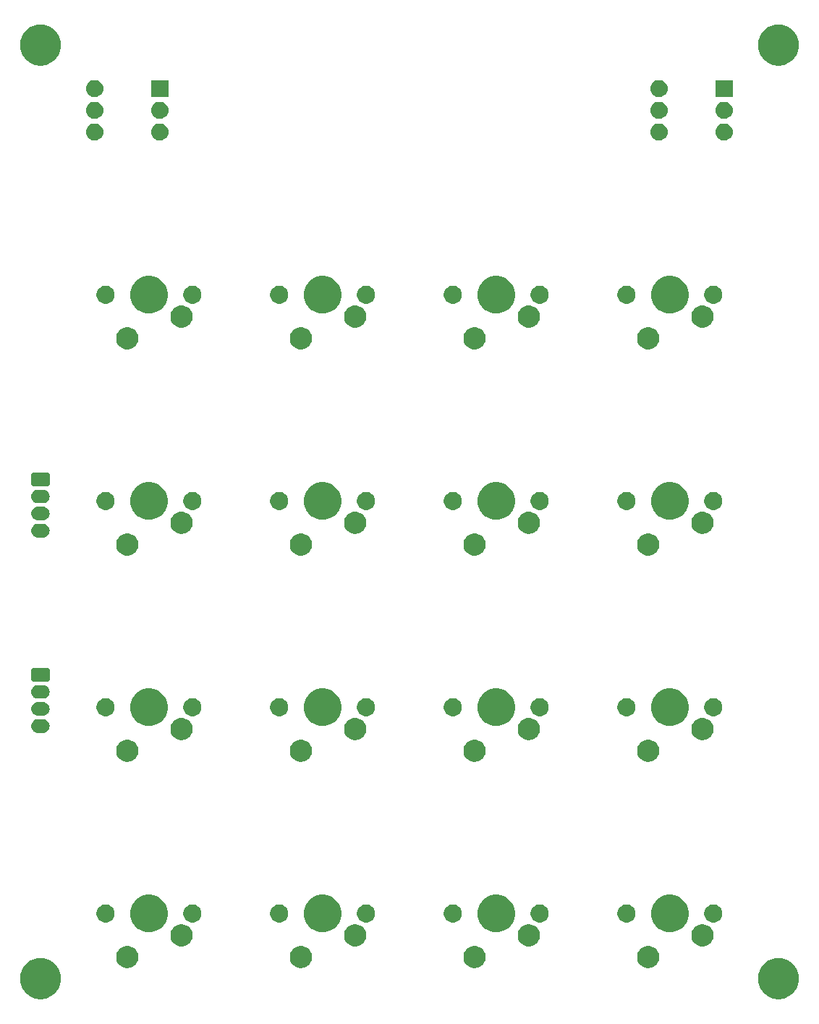
<source format=gbr>
G04 #@! TF.GenerationSoftware,KiCad,Pcbnew,5.1.4+dfsg1-1*
G04 #@! TF.CreationDate,2020-01-15T10:00:44+00:00*
G04 #@! TF.ProjectId,chordboard,63686f72-6462-46f6-9172-642e6b696361,rev?*
G04 #@! TF.SameCoordinates,Original*
G04 #@! TF.FileFunction,Soldermask,Bot*
G04 #@! TF.FilePolarity,Negative*
%FSLAX46Y46*%
G04 Gerber Fmt 4.6, Leading zero omitted, Abs format (unit mm)*
G04 Created by KiCad (PCBNEW 5.1.4+dfsg1-1) date 2020-01-15 10:00:44*
%MOMM*%
%LPD*%
G04 APERTURE LIST*
%ADD10C,0.100000*%
G04 APERTURE END LIST*
D10*
G36*
X137511904Y-172882979D02*
G01*
X137860054Y-172952230D01*
X138296826Y-173133147D01*
X138689911Y-173395798D01*
X139024202Y-173730089D01*
X139286853Y-174123174D01*
X139467770Y-174559946D01*
X139522041Y-174832787D01*
X139560000Y-175023619D01*
X139560000Y-175496381D01*
X139537279Y-175610604D01*
X139467770Y-175960054D01*
X139286853Y-176396826D01*
X139024202Y-176789911D01*
X138689911Y-177124202D01*
X138296826Y-177386853D01*
X137860054Y-177567770D01*
X137511904Y-177637021D01*
X137396381Y-177660000D01*
X136923619Y-177660000D01*
X136808096Y-177637021D01*
X136459946Y-177567770D01*
X136023174Y-177386853D01*
X135630089Y-177124202D01*
X135295798Y-176789911D01*
X135033147Y-176396826D01*
X134852230Y-175960054D01*
X134782721Y-175610604D01*
X134760000Y-175496381D01*
X134760000Y-175023619D01*
X134797959Y-174832787D01*
X134852230Y-174559946D01*
X135033147Y-174123174D01*
X135295798Y-173730089D01*
X135630089Y-173395798D01*
X136023174Y-173133147D01*
X136459946Y-172952230D01*
X136808096Y-172882979D01*
X136923619Y-172860000D01*
X137396381Y-172860000D01*
X137511904Y-172882979D01*
X137511904Y-172882979D01*
G37*
G36*
X51151904Y-172882979D02*
G01*
X51500054Y-172952230D01*
X51936826Y-173133147D01*
X52329911Y-173395798D01*
X52664202Y-173730089D01*
X52926853Y-174123174D01*
X53107770Y-174559946D01*
X53162041Y-174832787D01*
X53200000Y-175023619D01*
X53200000Y-175496381D01*
X53177279Y-175610604D01*
X53107770Y-175960054D01*
X52926853Y-176396826D01*
X52664202Y-176789911D01*
X52329911Y-177124202D01*
X51936826Y-177386853D01*
X51500054Y-177567770D01*
X51151904Y-177637021D01*
X51036381Y-177660000D01*
X50563619Y-177660000D01*
X50448096Y-177637021D01*
X50099946Y-177567770D01*
X49663174Y-177386853D01*
X49270089Y-177124202D01*
X48935798Y-176789911D01*
X48673147Y-176396826D01*
X48492230Y-175960054D01*
X48422721Y-175610604D01*
X48400000Y-175496381D01*
X48400000Y-175023619D01*
X48437959Y-174832787D01*
X48492230Y-174559946D01*
X48673147Y-174123174D01*
X48935798Y-173730089D01*
X49270089Y-173395798D01*
X49663174Y-173133147D01*
X50099946Y-172952230D01*
X50448096Y-172882979D01*
X50563619Y-172860000D01*
X51036381Y-172860000D01*
X51151904Y-172882979D01*
X51151904Y-172882979D01*
G37*
G36*
X81458524Y-171430042D02*
G01*
X81659196Y-171469958D01*
X81895781Y-171567955D01*
X82108702Y-171710224D01*
X82289776Y-171891298D01*
X82432045Y-172104219D01*
X82530042Y-172340804D01*
X82580000Y-172591961D01*
X82580000Y-172848039D01*
X82530042Y-173099196D01*
X82432045Y-173335781D01*
X82289776Y-173548702D01*
X82108702Y-173729776D01*
X81895781Y-173872045D01*
X81659196Y-173970042D01*
X81533617Y-173995021D01*
X81408040Y-174020000D01*
X81151960Y-174020000D01*
X81026383Y-173995021D01*
X80900804Y-173970042D01*
X80664219Y-173872045D01*
X80451298Y-173729776D01*
X80270224Y-173548702D01*
X80127955Y-173335781D01*
X80029958Y-173099196D01*
X79980000Y-172848039D01*
X79980000Y-172591961D01*
X80029958Y-172340804D01*
X80127955Y-172104219D01*
X80270224Y-171891298D01*
X80451298Y-171710224D01*
X80664219Y-171567955D01*
X80900804Y-171469958D01*
X81101476Y-171430042D01*
X81151960Y-171420000D01*
X81408040Y-171420000D01*
X81458524Y-171430042D01*
X81458524Y-171430042D01*
G37*
G36*
X61138524Y-171430042D02*
G01*
X61339196Y-171469958D01*
X61575781Y-171567955D01*
X61788702Y-171710224D01*
X61969776Y-171891298D01*
X62112045Y-172104219D01*
X62210042Y-172340804D01*
X62260000Y-172591961D01*
X62260000Y-172848039D01*
X62210042Y-173099196D01*
X62112045Y-173335781D01*
X61969776Y-173548702D01*
X61788702Y-173729776D01*
X61575781Y-173872045D01*
X61339196Y-173970042D01*
X61213617Y-173995021D01*
X61088040Y-174020000D01*
X60831960Y-174020000D01*
X60706383Y-173995021D01*
X60580804Y-173970042D01*
X60344219Y-173872045D01*
X60131298Y-173729776D01*
X59950224Y-173548702D01*
X59807955Y-173335781D01*
X59709958Y-173099196D01*
X59660000Y-172848039D01*
X59660000Y-172591961D01*
X59709958Y-172340804D01*
X59807955Y-172104219D01*
X59950224Y-171891298D01*
X60131298Y-171710224D01*
X60344219Y-171567955D01*
X60580804Y-171469958D01*
X60781476Y-171430042D01*
X60831960Y-171420000D01*
X61088040Y-171420000D01*
X61138524Y-171430042D01*
X61138524Y-171430042D01*
G37*
G36*
X122098524Y-171430042D02*
G01*
X122299196Y-171469958D01*
X122535781Y-171567955D01*
X122748702Y-171710224D01*
X122929776Y-171891298D01*
X123072045Y-172104219D01*
X123170042Y-172340804D01*
X123220000Y-172591961D01*
X123220000Y-172848039D01*
X123170042Y-173099196D01*
X123072045Y-173335781D01*
X122929776Y-173548702D01*
X122748702Y-173729776D01*
X122535781Y-173872045D01*
X122299196Y-173970042D01*
X122173617Y-173995021D01*
X122048040Y-174020000D01*
X121791960Y-174020000D01*
X121666383Y-173995021D01*
X121540804Y-173970042D01*
X121304219Y-173872045D01*
X121091298Y-173729776D01*
X120910224Y-173548702D01*
X120767955Y-173335781D01*
X120669958Y-173099196D01*
X120620000Y-172848039D01*
X120620000Y-172591961D01*
X120669958Y-172340804D01*
X120767955Y-172104219D01*
X120910224Y-171891298D01*
X121091298Y-171710224D01*
X121304219Y-171567955D01*
X121540804Y-171469958D01*
X121741476Y-171430042D01*
X121791960Y-171420000D01*
X122048040Y-171420000D01*
X122098524Y-171430042D01*
X122098524Y-171430042D01*
G37*
G36*
X101778524Y-171430042D02*
G01*
X101979196Y-171469958D01*
X102215781Y-171567955D01*
X102428702Y-171710224D01*
X102609776Y-171891298D01*
X102752045Y-172104219D01*
X102850042Y-172340804D01*
X102900000Y-172591961D01*
X102900000Y-172848039D01*
X102850042Y-173099196D01*
X102752045Y-173335781D01*
X102609776Y-173548702D01*
X102428702Y-173729776D01*
X102215781Y-173872045D01*
X101979196Y-173970042D01*
X101853617Y-173995021D01*
X101728040Y-174020000D01*
X101471960Y-174020000D01*
X101346383Y-173995021D01*
X101220804Y-173970042D01*
X100984219Y-173872045D01*
X100771298Y-173729776D01*
X100590224Y-173548702D01*
X100447955Y-173335781D01*
X100349958Y-173099196D01*
X100300000Y-172848039D01*
X100300000Y-172591961D01*
X100349958Y-172340804D01*
X100447955Y-172104219D01*
X100590224Y-171891298D01*
X100771298Y-171710224D01*
X100984219Y-171567955D01*
X101220804Y-171469958D01*
X101421476Y-171430042D01*
X101471960Y-171420000D01*
X101728040Y-171420000D01*
X101778524Y-171430042D01*
X101778524Y-171430042D01*
G37*
G36*
X67689196Y-168929958D02*
G01*
X67925781Y-169027955D01*
X68138702Y-169170224D01*
X68319776Y-169351298D01*
X68462045Y-169564219D01*
X68462046Y-169564221D01*
X68472565Y-169589616D01*
X68560042Y-169800804D01*
X68610000Y-170051961D01*
X68610000Y-170308039D01*
X68560042Y-170559196D01*
X68462045Y-170795781D01*
X68319776Y-171008702D01*
X68138702Y-171189776D01*
X67925781Y-171332045D01*
X67689196Y-171430042D01*
X67438040Y-171480000D01*
X67181960Y-171480000D01*
X66930804Y-171430042D01*
X66694219Y-171332045D01*
X66481298Y-171189776D01*
X66300224Y-171008702D01*
X66157955Y-170795781D01*
X66059958Y-170559196D01*
X66010000Y-170308039D01*
X66010000Y-170051961D01*
X66059958Y-169800804D01*
X66147435Y-169589616D01*
X66157954Y-169564221D01*
X66157955Y-169564219D01*
X66300224Y-169351298D01*
X66481298Y-169170224D01*
X66694219Y-169027955D01*
X66930804Y-168929958D01*
X67181960Y-168880000D01*
X67438040Y-168880000D01*
X67689196Y-168929958D01*
X67689196Y-168929958D01*
G37*
G36*
X88009196Y-168929958D02*
G01*
X88245781Y-169027955D01*
X88458702Y-169170224D01*
X88639776Y-169351298D01*
X88782045Y-169564219D01*
X88782046Y-169564221D01*
X88792565Y-169589616D01*
X88880042Y-169800804D01*
X88930000Y-170051961D01*
X88930000Y-170308039D01*
X88880042Y-170559196D01*
X88782045Y-170795781D01*
X88639776Y-171008702D01*
X88458702Y-171189776D01*
X88245781Y-171332045D01*
X88009196Y-171430042D01*
X87758040Y-171480000D01*
X87501960Y-171480000D01*
X87250804Y-171430042D01*
X87014219Y-171332045D01*
X86801298Y-171189776D01*
X86620224Y-171008702D01*
X86477955Y-170795781D01*
X86379958Y-170559196D01*
X86330000Y-170308039D01*
X86330000Y-170051961D01*
X86379958Y-169800804D01*
X86467435Y-169589616D01*
X86477954Y-169564221D01*
X86477955Y-169564219D01*
X86620224Y-169351298D01*
X86801298Y-169170224D01*
X87014219Y-169027955D01*
X87250804Y-168929958D01*
X87501960Y-168880000D01*
X87758040Y-168880000D01*
X88009196Y-168929958D01*
X88009196Y-168929958D01*
G37*
G36*
X108329196Y-168929958D02*
G01*
X108565781Y-169027955D01*
X108778702Y-169170224D01*
X108959776Y-169351298D01*
X109102045Y-169564219D01*
X109102046Y-169564221D01*
X109112565Y-169589616D01*
X109200042Y-169800804D01*
X109250000Y-170051961D01*
X109250000Y-170308039D01*
X109200042Y-170559196D01*
X109102045Y-170795781D01*
X108959776Y-171008702D01*
X108778702Y-171189776D01*
X108565781Y-171332045D01*
X108329196Y-171430042D01*
X108078040Y-171480000D01*
X107821960Y-171480000D01*
X107570804Y-171430042D01*
X107334219Y-171332045D01*
X107121298Y-171189776D01*
X106940224Y-171008702D01*
X106797955Y-170795781D01*
X106699958Y-170559196D01*
X106650000Y-170308039D01*
X106650000Y-170051961D01*
X106699958Y-169800804D01*
X106787435Y-169589616D01*
X106797954Y-169564221D01*
X106797955Y-169564219D01*
X106940224Y-169351298D01*
X107121298Y-169170224D01*
X107334219Y-169027955D01*
X107570804Y-168929958D01*
X107821960Y-168880000D01*
X108078040Y-168880000D01*
X108329196Y-168929958D01*
X108329196Y-168929958D01*
G37*
G36*
X128649196Y-168929958D02*
G01*
X128885781Y-169027955D01*
X129098702Y-169170224D01*
X129279776Y-169351298D01*
X129422045Y-169564219D01*
X129422046Y-169564221D01*
X129432565Y-169589616D01*
X129520042Y-169800804D01*
X129570000Y-170051961D01*
X129570000Y-170308039D01*
X129520042Y-170559196D01*
X129422045Y-170795781D01*
X129279776Y-171008702D01*
X129098702Y-171189776D01*
X128885781Y-171332045D01*
X128649196Y-171430042D01*
X128398040Y-171480000D01*
X128141960Y-171480000D01*
X127890804Y-171430042D01*
X127654219Y-171332045D01*
X127441298Y-171189776D01*
X127260224Y-171008702D01*
X127117955Y-170795781D01*
X127019958Y-170559196D01*
X126970000Y-170308039D01*
X126970000Y-170051961D01*
X127019958Y-169800804D01*
X127107435Y-169589616D01*
X127117954Y-169564221D01*
X127117955Y-169564219D01*
X127260224Y-169351298D01*
X127441298Y-169170224D01*
X127654219Y-169027955D01*
X127890804Y-168929958D01*
X128141960Y-168880000D01*
X128398040Y-168880000D01*
X128649196Y-168929958D01*
X128649196Y-168929958D01*
G37*
G36*
X64141715Y-165524544D02*
G01*
X64542089Y-165690384D01*
X64542091Y-165690385D01*
X64902418Y-165931148D01*
X65208852Y-166237582D01*
X65449616Y-166597911D01*
X65615456Y-166998285D01*
X65700000Y-167423318D01*
X65700000Y-167856682D01*
X65615456Y-168281715D01*
X65449616Y-168682089D01*
X65449615Y-168682091D01*
X65208852Y-169042418D01*
X64902418Y-169348852D01*
X64542091Y-169589615D01*
X64542090Y-169589616D01*
X64542089Y-169589616D01*
X64141715Y-169755456D01*
X63716682Y-169840000D01*
X63283318Y-169840000D01*
X62858285Y-169755456D01*
X62457911Y-169589616D01*
X62457910Y-169589616D01*
X62457909Y-169589615D01*
X62097582Y-169348852D01*
X61791148Y-169042418D01*
X61550385Y-168682091D01*
X61550384Y-168682089D01*
X61384544Y-168281715D01*
X61300000Y-167856682D01*
X61300000Y-167423318D01*
X61384544Y-166998285D01*
X61550384Y-166597911D01*
X61791148Y-166237582D01*
X62097582Y-165931148D01*
X62457909Y-165690385D01*
X62457911Y-165690384D01*
X62858285Y-165524544D01*
X63283318Y-165440000D01*
X63716682Y-165440000D01*
X64141715Y-165524544D01*
X64141715Y-165524544D01*
G37*
G36*
X84461715Y-165524544D02*
G01*
X84862089Y-165690384D01*
X84862091Y-165690385D01*
X85222418Y-165931148D01*
X85528852Y-166237582D01*
X85769616Y-166597911D01*
X85935456Y-166998285D01*
X86020000Y-167423318D01*
X86020000Y-167856682D01*
X85935456Y-168281715D01*
X85769616Y-168682089D01*
X85769615Y-168682091D01*
X85528852Y-169042418D01*
X85222418Y-169348852D01*
X84862091Y-169589615D01*
X84862090Y-169589616D01*
X84862089Y-169589616D01*
X84461715Y-169755456D01*
X84036682Y-169840000D01*
X83603318Y-169840000D01*
X83178285Y-169755456D01*
X82777911Y-169589616D01*
X82777910Y-169589616D01*
X82777909Y-169589615D01*
X82417582Y-169348852D01*
X82111148Y-169042418D01*
X81870385Y-168682091D01*
X81870384Y-168682089D01*
X81704544Y-168281715D01*
X81620000Y-167856682D01*
X81620000Y-167423318D01*
X81704544Y-166998285D01*
X81870384Y-166597911D01*
X82111148Y-166237582D01*
X82417582Y-165931148D01*
X82777909Y-165690385D01*
X82777911Y-165690384D01*
X83178285Y-165524544D01*
X83603318Y-165440000D01*
X84036682Y-165440000D01*
X84461715Y-165524544D01*
X84461715Y-165524544D01*
G37*
G36*
X104781715Y-165524544D02*
G01*
X105182089Y-165690384D01*
X105182091Y-165690385D01*
X105542418Y-165931148D01*
X105848852Y-166237582D01*
X106089616Y-166597911D01*
X106255456Y-166998285D01*
X106340000Y-167423318D01*
X106340000Y-167856682D01*
X106255456Y-168281715D01*
X106089616Y-168682089D01*
X106089615Y-168682091D01*
X105848852Y-169042418D01*
X105542418Y-169348852D01*
X105182091Y-169589615D01*
X105182090Y-169589616D01*
X105182089Y-169589616D01*
X104781715Y-169755456D01*
X104356682Y-169840000D01*
X103923318Y-169840000D01*
X103498285Y-169755456D01*
X103097911Y-169589616D01*
X103097910Y-169589616D01*
X103097909Y-169589615D01*
X102737582Y-169348852D01*
X102431148Y-169042418D01*
X102190385Y-168682091D01*
X102190384Y-168682089D01*
X102024544Y-168281715D01*
X101940000Y-167856682D01*
X101940000Y-167423318D01*
X102024544Y-166998285D01*
X102190384Y-166597911D01*
X102431148Y-166237582D01*
X102737582Y-165931148D01*
X103097909Y-165690385D01*
X103097911Y-165690384D01*
X103498285Y-165524544D01*
X103923318Y-165440000D01*
X104356682Y-165440000D01*
X104781715Y-165524544D01*
X104781715Y-165524544D01*
G37*
G36*
X125101715Y-165524544D02*
G01*
X125502089Y-165690384D01*
X125502091Y-165690385D01*
X125862418Y-165931148D01*
X126168852Y-166237582D01*
X126409616Y-166597911D01*
X126575456Y-166998285D01*
X126660000Y-167423318D01*
X126660000Y-167856682D01*
X126575456Y-168281715D01*
X126409616Y-168682089D01*
X126409615Y-168682091D01*
X126168852Y-169042418D01*
X125862418Y-169348852D01*
X125502091Y-169589615D01*
X125502090Y-169589616D01*
X125502089Y-169589616D01*
X125101715Y-169755456D01*
X124676682Y-169840000D01*
X124243318Y-169840000D01*
X123818285Y-169755456D01*
X123417911Y-169589616D01*
X123417910Y-169589616D01*
X123417909Y-169589615D01*
X123057582Y-169348852D01*
X122751148Y-169042418D01*
X122510385Y-168682091D01*
X122510384Y-168682089D01*
X122344544Y-168281715D01*
X122260000Y-167856682D01*
X122260000Y-167423318D01*
X122344544Y-166998285D01*
X122510384Y-166597911D01*
X122751148Y-166237582D01*
X123057582Y-165931148D01*
X123417909Y-165690385D01*
X123417911Y-165690384D01*
X123818285Y-165524544D01*
X124243318Y-165440000D01*
X124676682Y-165440000D01*
X125101715Y-165524544D01*
X125101715Y-165524544D01*
G37*
G36*
X58548687Y-166595027D02*
G01*
X58726274Y-166630350D01*
X58917362Y-166709502D01*
X59089336Y-166824411D01*
X59235589Y-166970664D01*
X59350498Y-167142638D01*
X59429650Y-167333726D01*
X59470000Y-167536584D01*
X59470000Y-167743416D01*
X59429650Y-167946274D01*
X59350498Y-168137362D01*
X59235589Y-168309336D01*
X59089336Y-168455589D01*
X58917362Y-168570498D01*
X58726274Y-168649650D01*
X58563188Y-168682089D01*
X58523417Y-168690000D01*
X58316583Y-168690000D01*
X58276812Y-168682089D01*
X58113726Y-168649650D01*
X57922638Y-168570498D01*
X57750664Y-168455589D01*
X57604411Y-168309336D01*
X57489502Y-168137362D01*
X57410350Y-167946274D01*
X57370000Y-167743416D01*
X57370000Y-167536584D01*
X57410350Y-167333726D01*
X57489502Y-167142638D01*
X57604411Y-166970664D01*
X57750664Y-166824411D01*
X57922638Y-166709502D01*
X58113726Y-166630350D01*
X58291313Y-166595027D01*
X58316583Y-166590000D01*
X58523417Y-166590000D01*
X58548687Y-166595027D01*
X58548687Y-166595027D01*
G37*
G36*
X78868687Y-166595027D02*
G01*
X79046274Y-166630350D01*
X79237362Y-166709502D01*
X79409336Y-166824411D01*
X79555589Y-166970664D01*
X79670498Y-167142638D01*
X79749650Y-167333726D01*
X79790000Y-167536584D01*
X79790000Y-167743416D01*
X79749650Y-167946274D01*
X79670498Y-168137362D01*
X79555589Y-168309336D01*
X79409336Y-168455589D01*
X79237362Y-168570498D01*
X79046274Y-168649650D01*
X78883188Y-168682089D01*
X78843417Y-168690000D01*
X78636583Y-168690000D01*
X78596812Y-168682089D01*
X78433726Y-168649650D01*
X78242638Y-168570498D01*
X78070664Y-168455589D01*
X77924411Y-168309336D01*
X77809502Y-168137362D01*
X77730350Y-167946274D01*
X77690000Y-167743416D01*
X77690000Y-167536584D01*
X77730350Y-167333726D01*
X77809502Y-167142638D01*
X77924411Y-166970664D01*
X78070664Y-166824411D01*
X78242638Y-166709502D01*
X78433726Y-166630350D01*
X78611313Y-166595027D01*
X78636583Y-166590000D01*
X78843417Y-166590000D01*
X78868687Y-166595027D01*
X78868687Y-166595027D01*
G37*
G36*
X89028687Y-166595027D02*
G01*
X89206274Y-166630350D01*
X89397362Y-166709502D01*
X89569336Y-166824411D01*
X89715589Y-166970664D01*
X89830498Y-167142638D01*
X89909650Y-167333726D01*
X89950000Y-167536584D01*
X89950000Y-167743416D01*
X89909650Y-167946274D01*
X89830498Y-168137362D01*
X89715589Y-168309336D01*
X89569336Y-168455589D01*
X89397362Y-168570498D01*
X89206274Y-168649650D01*
X89043188Y-168682089D01*
X89003417Y-168690000D01*
X88796583Y-168690000D01*
X88756812Y-168682089D01*
X88593726Y-168649650D01*
X88402638Y-168570498D01*
X88230664Y-168455589D01*
X88084411Y-168309336D01*
X87969502Y-168137362D01*
X87890350Y-167946274D01*
X87850000Y-167743416D01*
X87850000Y-167536584D01*
X87890350Y-167333726D01*
X87969502Y-167142638D01*
X88084411Y-166970664D01*
X88230664Y-166824411D01*
X88402638Y-166709502D01*
X88593726Y-166630350D01*
X88771313Y-166595027D01*
X88796583Y-166590000D01*
X89003417Y-166590000D01*
X89028687Y-166595027D01*
X89028687Y-166595027D01*
G37*
G36*
X99188687Y-166595027D02*
G01*
X99366274Y-166630350D01*
X99557362Y-166709502D01*
X99729336Y-166824411D01*
X99875589Y-166970664D01*
X99990498Y-167142638D01*
X100069650Y-167333726D01*
X100110000Y-167536584D01*
X100110000Y-167743416D01*
X100069650Y-167946274D01*
X99990498Y-168137362D01*
X99875589Y-168309336D01*
X99729336Y-168455589D01*
X99557362Y-168570498D01*
X99366274Y-168649650D01*
X99203188Y-168682089D01*
X99163417Y-168690000D01*
X98956583Y-168690000D01*
X98916812Y-168682089D01*
X98753726Y-168649650D01*
X98562638Y-168570498D01*
X98390664Y-168455589D01*
X98244411Y-168309336D01*
X98129502Y-168137362D01*
X98050350Y-167946274D01*
X98010000Y-167743416D01*
X98010000Y-167536584D01*
X98050350Y-167333726D01*
X98129502Y-167142638D01*
X98244411Y-166970664D01*
X98390664Y-166824411D01*
X98562638Y-166709502D01*
X98753726Y-166630350D01*
X98931313Y-166595027D01*
X98956583Y-166590000D01*
X99163417Y-166590000D01*
X99188687Y-166595027D01*
X99188687Y-166595027D01*
G37*
G36*
X109348687Y-166595027D02*
G01*
X109526274Y-166630350D01*
X109717362Y-166709502D01*
X109889336Y-166824411D01*
X110035589Y-166970664D01*
X110150498Y-167142638D01*
X110229650Y-167333726D01*
X110270000Y-167536584D01*
X110270000Y-167743416D01*
X110229650Y-167946274D01*
X110150498Y-168137362D01*
X110035589Y-168309336D01*
X109889336Y-168455589D01*
X109717362Y-168570498D01*
X109526274Y-168649650D01*
X109363188Y-168682089D01*
X109323417Y-168690000D01*
X109116583Y-168690000D01*
X109076812Y-168682089D01*
X108913726Y-168649650D01*
X108722638Y-168570498D01*
X108550664Y-168455589D01*
X108404411Y-168309336D01*
X108289502Y-168137362D01*
X108210350Y-167946274D01*
X108170000Y-167743416D01*
X108170000Y-167536584D01*
X108210350Y-167333726D01*
X108289502Y-167142638D01*
X108404411Y-166970664D01*
X108550664Y-166824411D01*
X108722638Y-166709502D01*
X108913726Y-166630350D01*
X109091313Y-166595027D01*
X109116583Y-166590000D01*
X109323417Y-166590000D01*
X109348687Y-166595027D01*
X109348687Y-166595027D01*
G37*
G36*
X119508687Y-166595027D02*
G01*
X119686274Y-166630350D01*
X119877362Y-166709502D01*
X120049336Y-166824411D01*
X120195589Y-166970664D01*
X120310498Y-167142638D01*
X120389650Y-167333726D01*
X120430000Y-167536584D01*
X120430000Y-167743416D01*
X120389650Y-167946274D01*
X120310498Y-168137362D01*
X120195589Y-168309336D01*
X120049336Y-168455589D01*
X119877362Y-168570498D01*
X119686274Y-168649650D01*
X119523188Y-168682089D01*
X119483417Y-168690000D01*
X119276583Y-168690000D01*
X119236812Y-168682089D01*
X119073726Y-168649650D01*
X118882638Y-168570498D01*
X118710664Y-168455589D01*
X118564411Y-168309336D01*
X118449502Y-168137362D01*
X118370350Y-167946274D01*
X118330000Y-167743416D01*
X118330000Y-167536584D01*
X118370350Y-167333726D01*
X118449502Y-167142638D01*
X118564411Y-166970664D01*
X118710664Y-166824411D01*
X118882638Y-166709502D01*
X119073726Y-166630350D01*
X119251313Y-166595027D01*
X119276583Y-166590000D01*
X119483417Y-166590000D01*
X119508687Y-166595027D01*
X119508687Y-166595027D01*
G37*
G36*
X68708687Y-166595027D02*
G01*
X68886274Y-166630350D01*
X69077362Y-166709502D01*
X69249336Y-166824411D01*
X69395589Y-166970664D01*
X69510498Y-167142638D01*
X69589650Y-167333726D01*
X69630000Y-167536584D01*
X69630000Y-167743416D01*
X69589650Y-167946274D01*
X69510498Y-168137362D01*
X69395589Y-168309336D01*
X69249336Y-168455589D01*
X69077362Y-168570498D01*
X68886274Y-168649650D01*
X68723188Y-168682089D01*
X68683417Y-168690000D01*
X68476583Y-168690000D01*
X68436812Y-168682089D01*
X68273726Y-168649650D01*
X68082638Y-168570498D01*
X67910664Y-168455589D01*
X67764411Y-168309336D01*
X67649502Y-168137362D01*
X67570350Y-167946274D01*
X67530000Y-167743416D01*
X67530000Y-167536584D01*
X67570350Y-167333726D01*
X67649502Y-167142638D01*
X67764411Y-166970664D01*
X67910664Y-166824411D01*
X68082638Y-166709502D01*
X68273726Y-166630350D01*
X68451313Y-166595027D01*
X68476583Y-166590000D01*
X68683417Y-166590000D01*
X68708687Y-166595027D01*
X68708687Y-166595027D01*
G37*
G36*
X129668687Y-166595027D02*
G01*
X129846274Y-166630350D01*
X130037362Y-166709502D01*
X130209336Y-166824411D01*
X130355589Y-166970664D01*
X130470498Y-167142638D01*
X130549650Y-167333726D01*
X130590000Y-167536584D01*
X130590000Y-167743416D01*
X130549650Y-167946274D01*
X130470498Y-168137362D01*
X130355589Y-168309336D01*
X130209336Y-168455589D01*
X130037362Y-168570498D01*
X129846274Y-168649650D01*
X129683188Y-168682089D01*
X129643417Y-168690000D01*
X129436583Y-168690000D01*
X129396812Y-168682089D01*
X129233726Y-168649650D01*
X129042638Y-168570498D01*
X128870664Y-168455589D01*
X128724411Y-168309336D01*
X128609502Y-168137362D01*
X128530350Y-167946274D01*
X128490000Y-167743416D01*
X128490000Y-167536584D01*
X128530350Y-167333726D01*
X128609502Y-167142638D01*
X128724411Y-166970664D01*
X128870664Y-166824411D01*
X129042638Y-166709502D01*
X129233726Y-166630350D01*
X129411313Y-166595027D01*
X129436583Y-166590000D01*
X129643417Y-166590000D01*
X129668687Y-166595027D01*
X129668687Y-166595027D01*
G37*
G36*
X61138524Y-147300042D02*
G01*
X61339196Y-147339958D01*
X61575781Y-147437955D01*
X61788702Y-147580224D01*
X61969776Y-147761298D01*
X62112045Y-147974219D01*
X62210042Y-148210804D01*
X62260000Y-148461961D01*
X62260000Y-148718039D01*
X62210042Y-148969196D01*
X62112045Y-149205781D01*
X61969776Y-149418702D01*
X61788702Y-149599776D01*
X61575781Y-149742045D01*
X61339196Y-149840042D01*
X61213617Y-149865021D01*
X61088040Y-149890000D01*
X60831960Y-149890000D01*
X60706383Y-149865021D01*
X60580804Y-149840042D01*
X60344219Y-149742045D01*
X60131298Y-149599776D01*
X59950224Y-149418702D01*
X59807955Y-149205781D01*
X59709958Y-148969196D01*
X59660000Y-148718039D01*
X59660000Y-148461961D01*
X59709958Y-148210804D01*
X59807955Y-147974219D01*
X59950224Y-147761298D01*
X60131298Y-147580224D01*
X60344219Y-147437955D01*
X60580804Y-147339958D01*
X60781476Y-147300042D01*
X60831960Y-147290000D01*
X61088040Y-147290000D01*
X61138524Y-147300042D01*
X61138524Y-147300042D01*
G37*
G36*
X81458524Y-147300042D02*
G01*
X81659196Y-147339958D01*
X81895781Y-147437955D01*
X82108702Y-147580224D01*
X82289776Y-147761298D01*
X82432045Y-147974219D01*
X82530042Y-148210804D01*
X82580000Y-148461961D01*
X82580000Y-148718039D01*
X82530042Y-148969196D01*
X82432045Y-149205781D01*
X82289776Y-149418702D01*
X82108702Y-149599776D01*
X81895781Y-149742045D01*
X81659196Y-149840042D01*
X81533617Y-149865021D01*
X81408040Y-149890000D01*
X81151960Y-149890000D01*
X81026383Y-149865021D01*
X80900804Y-149840042D01*
X80664219Y-149742045D01*
X80451298Y-149599776D01*
X80270224Y-149418702D01*
X80127955Y-149205781D01*
X80029958Y-148969196D01*
X79980000Y-148718039D01*
X79980000Y-148461961D01*
X80029958Y-148210804D01*
X80127955Y-147974219D01*
X80270224Y-147761298D01*
X80451298Y-147580224D01*
X80664219Y-147437955D01*
X80900804Y-147339958D01*
X81101476Y-147300042D01*
X81151960Y-147290000D01*
X81408040Y-147290000D01*
X81458524Y-147300042D01*
X81458524Y-147300042D01*
G37*
G36*
X101778524Y-147300042D02*
G01*
X101979196Y-147339958D01*
X102215781Y-147437955D01*
X102428702Y-147580224D01*
X102609776Y-147761298D01*
X102752045Y-147974219D01*
X102850042Y-148210804D01*
X102900000Y-148461961D01*
X102900000Y-148718039D01*
X102850042Y-148969196D01*
X102752045Y-149205781D01*
X102609776Y-149418702D01*
X102428702Y-149599776D01*
X102215781Y-149742045D01*
X101979196Y-149840042D01*
X101853617Y-149865021D01*
X101728040Y-149890000D01*
X101471960Y-149890000D01*
X101346383Y-149865021D01*
X101220804Y-149840042D01*
X100984219Y-149742045D01*
X100771298Y-149599776D01*
X100590224Y-149418702D01*
X100447955Y-149205781D01*
X100349958Y-148969196D01*
X100300000Y-148718039D01*
X100300000Y-148461961D01*
X100349958Y-148210804D01*
X100447955Y-147974219D01*
X100590224Y-147761298D01*
X100771298Y-147580224D01*
X100984219Y-147437955D01*
X101220804Y-147339958D01*
X101421476Y-147300042D01*
X101471960Y-147290000D01*
X101728040Y-147290000D01*
X101778524Y-147300042D01*
X101778524Y-147300042D01*
G37*
G36*
X122098524Y-147300042D02*
G01*
X122299196Y-147339958D01*
X122535781Y-147437955D01*
X122748702Y-147580224D01*
X122929776Y-147761298D01*
X123072045Y-147974219D01*
X123170042Y-148210804D01*
X123220000Y-148461961D01*
X123220000Y-148718039D01*
X123170042Y-148969196D01*
X123072045Y-149205781D01*
X122929776Y-149418702D01*
X122748702Y-149599776D01*
X122535781Y-149742045D01*
X122299196Y-149840042D01*
X122173617Y-149865021D01*
X122048040Y-149890000D01*
X121791960Y-149890000D01*
X121666383Y-149865021D01*
X121540804Y-149840042D01*
X121304219Y-149742045D01*
X121091298Y-149599776D01*
X120910224Y-149418702D01*
X120767955Y-149205781D01*
X120669958Y-148969196D01*
X120620000Y-148718039D01*
X120620000Y-148461961D01*
X120669958Y-148210804D01*
X120767955Y-147974219D01*
X120910224Y-147761298D01*
X121091298Y-147580224D01*
X121304219Y-147437955D01*
X121540804Y-147339958D01*
X121741476Y-147300042D01*
X121791960Y-147290000D01*
X122048040Y-147290000D01*
X122098524Y-147300042D01*
X122098524Y-147300042D01*
G37*
G36*
X108203617Y-144774979D02*
G01*
X108329196Y-144799958D01*
X108565781Y-144897955D01*
X108778702Y-145040224D01*
X108959776Y-145221298D01*
X109102045Y-145434219D01*
X109102046Y-145434221D01*
X109112565Y-145459616D01*
X109200042Y-145670804D01*
X109250000Y-145921961D01*
X109250000Y-146178039D01*
X109200042Y-146429196D01*
X109102045Y-146665781D01*
X108959776Y-146878702D01*
X108778702Y-147059776D01*
X108565781Y-147202045D01*
X108329196Y-147300042D01*
X108203617Y-147325021D01*
X108078040Y-147350000D01*
X107821960Y-147350000D01*
X107696383Y-147325021D01*
X107570804Y-147300042D01*
X107334219Y-147202045D01*
X107121298Y-147059776D01*
X106940224Y-146878702D01*
X106797955Y-146665781D01*
X106699958Y-146429196D01*
X106650000Y-146178039D01*
X106650000Y-145921961D01*
X106699958Y-145670804D01*
X106787435Y-145459616D01*
X106797954Y-145434221D01*
X106797955Y-145434219D01*
X106940224Y-145221298D01*
X107121298Y-145040224D01*
X107334219Y-144897955D01*
X107570804Y-144799958D01*
X107696383Y-144774979D01*
X107821960Y-144750000D01*
X108078040Y-144750000D01*
X108203617Y-144774979D01*
X108203617Y-144774979D01*
G37*
G36*
X87883617Y-144774979D02*
G01*
X88009196Y-144799958D01*
X88245781Y-144897955D01*
X88458702Y-145040224D01*
X88639776Y-145221298D01*
X88782045Y-145434219D01*
X88782046Y-145434221D01*
X88792565Y-145459616D01*
X88880042Y-145670804D01*
X88930000Y-145921961D01*
X88930000Y-146178039D01*
X88880042Y-146429196D01*
X88782045Y-146665781D01*
X88639776Y-146878702D01*
X88458702Y-147059776D01*
X88245781Y-147202045D01*
X88009196Y-147300042D01*
X87883617Y-147325021D01*
X87758040Y-147350000D01*
X87501960Y-147350000D01*
X87376383Y-147325021D01*
X87250804Y-147300042D01*
X87014219Y-147202045D01*
X86801298Y-147059776D01*
X86620224Y-146878702D01*
X86477955Y-146665781D01*
X86379958Y-146429196D01*
X86330000Y-146178039D01*
X86330000Y-145921961D01*
X86379958Y-145670804D01*
X86467435Y-145459616D01*
X86477954Y-145434221D01*
X86477955Y-145434219D01*
X86620224Y-145221298D01*
X86801298Y-145040224D01*
X87014219Y-144897955D01*
X87250804Y-144799958D01*
X87376383Y-144774979D01*
X87501960Y-144750000D01*
X87758040Y-144750000D01*
X87883617Y-144774979D01*
X87883617Y-144774979D01*
G37*
G36*
X67563617Y-144774979D02*
G01*
X67689196Y-144799958D01*
X67925781Y-144897955D01*
X68138702Y-145040224D01*
X68319776Y-145221298D01*
X68462045Y-145434219D01*
X68462046Y-145434221D01*
X68472565Y-145459616D01*
X68560042Y-145670804D01*
X68610000Y-145921961D01*
X68610000Y-146178039D01*
X68560042Y-146429196D01*
X68462045Y-146665781D01*
X68319776Y-146878702D01*
X68138702Y-147059776D01*
X67925781Y-147202045D01*
X67689196Y-147300042D01*
X67563617Y-147325021D01*
X67438040Y-147350000D01*
X67181960Y-147350000D01*
X67056383Y-147325021D01*
X66930804Y-147300042D01*
X66694219Y-147202045D01*
X66481298Y-147059776D01*
X66300224Y-146878702D01*
X66157955Y-146665781D01*
X66059958Y-146429196D01*
X66010000Y-146178039D01*
X66010000Y-145921961D01*
X66059958Y-145670804D01*
X66147435Y-145459616D01*
X66157954Y-145434221D01*
X66157955Y-145434219D01*
X66300224Y-145221298D01*
X66481298Y-145040224D01*
X66694219Y-144897955D01*
X66930804Y-144799958D01*
X67056383Y-144774979D01*
X67181960Y-144750000D01*
X67438040Y-144750000D01*
X67563617Y-144774979D01*
X67563617Y-144774979D01*
G37*
G36*
X128523617Y-144774979D02*
G01*
X128649196Y-144799958D01*
X128885781Y-144897955D01*
X129098702Y-145040224D01*
X129279776Y-145221298D01*
X129422045Y-145434219D01*
X129422046Y-145434221D01*
X129432565Y-145459616D01*
X129520042Y-145670804D01*
X129570000Y-145921961D01*
X129570000Y-146178039D01*
X129520042Y-146429196D01*
X129422045Y-146665781D01*
X129279776Y-146878702D01*
X129098702Y-147059776D01*
X128885781Y-147202045D01*
X128649196Y-147300042D01*
X128523617Y-147325021D01*
X128398040Y-147350000D01*
X128141960Y-147350000D01*
X128016383Y-147325021D01*
X127890804Y-147300042D01*
X127654219Y-147202045D01*
X127441298Y-147059776D01*
X127260224Y-146878702D01*
X127117955Y-146665781D01*
X127019958Y-146429196D01*
X126970000Y-146178039D01*
X126970000Y-145921961D01*
X127019958Y-145670804D01*
X127107435Y-145459616D01*
X127117954Y-145434221D01*
X127117955Y-145434219D01*
X127260224Y-145221298D01*
X127441298Y-145040224D01*
X127654219Y-144897955D01*
X127890804Y-144799958D01*
X128016383Y-144774979D01*
X128141960Y-144750000D01*
X128398040Y-144750000D01*
X128523617Y-144774979D01*
X128523617Y-144774979D01*
G37*
G36*
X51153471Y-144903859D02*
G01*
X51231827Y-144911576D01*
X51382628Y-144957321D01*
X51382630Y-144957322D01*
X51521605Y-145031606D01*
X51521607Y-145031607D01*
X51521606Y-145031607D01*
X51643422Y-145131578D01*
X51743393Y-145253394D01*
X51817679Y-145392372D01*
X51863424Y-145543173D01*
X51878870Y-145700000D01*
X51863424Y-145856827D01*
X51817679Y-146007628D01*
X51817678Y-146007630D01*
X51743394Y-146146605D01*
X51643422Y-146268422D01*
X51521605Y-146368394D01*
X51407855Y-146429195D01*
X51382628Y-146442679D01*
X51231827Y-146488424D01*
X51153471Y-146496141D01*
X51114294Y-146500000D01*
X50485706Y-146500000D01*
X50446529Y-146496141D01*
X50368173Y-146488424D01*
X50217372Y-146442679D01*
X50192145Y-146429195D01*
X50078395Y-146368394D01*
X49956578Y-146268422D01*
X49856606Y-146146605D01*
X49782322Y-146007630D01*
X49782321Y-146007628D01*
X49736576Y-145856827D01*
X49721130Y-145700000D01*
X49736576Y-145543173D01*
X49782321Y-145392372D01*
X49856607Y-145253394D01*
X49956578Y-145131578D01*
X50078394Y-145031607D01*
X50078393Y-145031607D01*
X50078395Y-145031606D01*
X50217370Y-144957322D01*
X50217372Y-144957321D01*
X50368173Y-144911576D01*
X50446529Y-144903859D01*
X50485706Y-144900000D01*
X51114294Y-144900000D01*
X51153471Y-144903859D01*
X51153471Y-144903859D01*
G37*
G36*
X84461715Y-141394544D02*
G01*
X84862089Y-141560384D01*
X84862091Y-141560385D01*
X85071039Y-141700000D01*
X85222418Y-141801148D01*
X85528852Y-142107582D01*
X85769616Y-142467911D01*
X85935456Y-142868285D01*
X86020000Y-143293318D01*
X86020000Y-143726682D01*
X85935456Y-144151715D01*
X85769616Y-144552089D01*
X85769615Y-144552091D01*
X85528852Y-144912418D01*
X85222418Y-145218852D01*
X84862091Y-145459615D01*
X84862090Y-145459616D01*
X84862089Y-145459616D01*
X84461715Y-145625456D01*
X84036682Y-145710000D01*
X83603318Y-145710000D01*
X83178285Y-145625456D01*
X82777911Y-145459616D01*
X82777910Y-145459616D01*
X82777909Y-145459615D01*
X82417582Y-145218852D01*
X82111148Y-144912418D01*
X81870385Y-144552091D01*
X81870384Y-144552089D01*
X81704544Y-144151715D01*
X81620000Y-143726682D01*
X81620000Y-143293318D01*
X81704544Y-142868285D01*
X81870384Y-142467911D01*
X82111148Y-142107582D01*
X82417582Y-141801148D01*
X82568961Y-141700000D01*
X82777909Y-141560385D01*
X82777911Y-141560384D01*
X83178285Y-141394544D01*
X83603318Y-141310000D01*
X84036682Y-141310000D01*
X84461715Y-141394544D01*
X84461715Y-141394544D01*
G37*
G36*
X125101715Y-141394544D02*
G01*
X125502089Y-141560384D01*
X125502091Y-141560385D01*
X125711039Y-141700000D01*
X125862418Y-141801148D01*
X126168852Y-142107582D01*
X126409616Y-142467911D01*
X126575456Y-142868285D01*
X126660000Y-143293318D01*
X126660000Y-143726682D01*
X126575456Y-144151715D01*
X126409616Y-144552089D01*
X126409615Y-144552091D01*
X126168852Y-144912418D01*
X125862418Y-145218852D01*
X125502091Y-145459615D01*
X125502090Y-145459616D01*
X125502089Y-145459616D01*
X125101715Y-145625456D01*
X124676682Y-145710000D01*
X124243318Y-145710000D01*
X123818285Y-145625456D01*
X123417911Y-145459616D01*
X123417910Y-145459616D01*
X123417909Y-145459615D01*
X123057582Y-145218852D01*
X122751148Y-144912418D01*
X122510385Y-144552091D01*
X122510384Y-144552089D01*
X122344544Y-144151715D01*
X122260000Y-143726682D01*
X122260000Y-143293318D01*
X122344544Y-142868285D01*
X122510384Y-142467911D01*
X122751148Y-142107582D01*
X123057582Y-141801148D01*
X123208961Y-141700000D01*
X123417909Y-141560385D01*
X123417911Y-141560384D01*
X123818285Y-141394544D01*
X124243318Y-141310000D01*
X124676682Y-141310000D01*
X125101715Y-141394544D01*
X125101715Y-141394544D01*
G37*
G36*
X104781715Y-141394544D02*
G01*
X105182089Y-141560384D01*
X105182091Y-141560385D01*
X105391039Y-141700000D01*
X105542418Y-141801148D01*
X105848852Y-142107582D01*
X106089616Y-142467911D01*
X106255456Y-142868285D01*
X106340000Y-143293318D01*
X106340000Y-143726682D01*
X106255456Y-144151715D01*
X106089616Y-144552089D01*
X106089615Y-144552091D01*
X105848852Y-144912418D01*
X105542418Y-145218852D01*
X105182091Y-145459615D01*
X105182090Y-145459616D01*
X105182089Y-145459616D01*
X104781715Y-145625456D01*
X104356682Y-145710000D01*
X103923318Y-145710000D01*
X103498285Y-145625456D01*
X103097911Y-145459616D01*
X103097910Y-145459616D01*
X103097909Y-145459615D01*
X102737582Y-145218852D01*
X102431148Y-144912418D01*
X102190385Y-144552091D01*
X102190384Y-144552089D01*
X102024544Y-144151715D01*
X101940000Y-143726682D01*
X101940000Y-143293318D01*
X102024544Y-142868285D01*
X102190384Y-142467911D01*
X102431148Y-142107582D01*
X102737582Y-141801148D01*
X102888961Y-141700000D01*
X103097909Y-141560385D01*
X103097911Y-141560384D01*
X103498285Y-141394544D01*
X103923318Y-141310000D01*
X104356682Y-141310000D01*
X104781715Y-141394544D01*
X104781715Y-141394544D01*
G37*
G36*
X64141715Y-141394544D02*
G01*
X64542089Y-141560384D01*
X64542091Y-141560385D01*
X64751039Y-141700000D01*
X64902418Y-141801148D01*
X65208852Y-142107582D01*
X65449616Y-142467911D01*
X65615456Y-142868285D01*
X65700000Y-143293318D01*
X65700000Y-143726682D01*
X65615456Y-144151715D01*
X65449616Y-144552089D01*
X65449615Y-144552091D01*
X65208852Y-144912418D01*
X64902418Y-145218852D01*
X64542091Y-145459615D01*
X64542090Y-145459616D01*
X64542089Y-145459616D01*
X64141715Y-145625456D01*
X63716682Y-145710000D01*
X63283318Y-145710000D01*
X62858285Y-145625456D01*
X62457911Y-145459616D01*
X62457910Y-145459616D01*
X62457909Y-145459615D01*
X62097582Y-145218852D01*
X61791148Y-144912418D01*
X61550385Y-144552091D01*
X61550384Y-144552089D01*
X61384544Y-144151715D01*
X61300000Y-143726682D01*
X61300000Y-143293318D01*
X61384544Y-142868285D01*
X61550384Y-142467911D01*
X61791148Y-142107582D01*
X62097582Y-141801148D01*
X62248961Y-141700000D01*
X62457909Y-141560385D01*
X62457911Y-141560384D01*
X62858285Y-141394544D01*
X63283318Y-141310000D01*
X63716682Y-141310000D01*
X64141715Y-141394544D01*
X64141715Y-141394544D01*
G37*
G36*
X129668687Y-142465027D02*
G01*
X129846274Y-142500350D01*
X130037362Y-142579502D01*
X130209336Y-142694411D01*
X130355589Y-142840664D01*
X130470498Y-143012638D01*
X130549650Y-143203726D01*
X130590000Y-143406584D01*
X130590000Y-143613416D01*
X130549650Y-143816274D01*
X130470498Y-144007362D01*
X130355589Y-144179336D01*
X130209336Y-144325589D01*
X130037362Y-144440498D01*
X129846274Y-144519650D01*
X129683188Y-144552089D01*
X129643417Y-144560000D01*
X129436583Y-144560000D01*
X129396812Y-144552089D01*
X129233726Y-144519650D01*
X129042638Y-144440498D01*
X128870664Y-144325589D01*
X128724411Y-144179336D01*
X128609502Y-144007362D01*
X128530350Y-143816274D01*
X128490000Y-143613416D01*
X128490000Y-143406584D01*
X128530350Y-143203726D01*
X128609502Y-143012638D01*
X128724411Y-142840664D01*
X128870664Y-142694411D01*
X129042638Y-142579502D01*
X129233726Y-142500350D01*
X129411313Y-142465027D01*
X129436583Y-142460000D01*
X129643417Y-142460000D01*
X129668687Y-142465027D01*
X129668687Y-142465027D01*
G37*
G36*
X68708687Y-142465027D02*
G01*
X68886274Y-142500350D01*
X69077362Y-142579502D01*
X69249336Y-142694411D01*
X69395589Y-142840664D01*
X69510498Y-143012638D01*
X69589650Y-143203726D01*
X69630000Y-143406584D01*
X69630000Y-143613416D01*
X69589650Y-143816274D01*
X69510498Y-144007362D01*
X69395589Y-144179336D01*
X69249336Y-144325589D01*
X69077362Y-144440498D01*
X68886274Y-144519650D01*
X68723188Y-144552089D01*
X68683417Y-144560000D01*
X68476583Y-144560000D01*
X68436812Y-144552089D01*
X68273726Y-144519650D01*
X68082638Y-144440498D01*
X67910664Y-144325589D01*
X67764411Y-144179336D01*
X67649502Y-144007362D01*
X67570350Y-143816274D01*
X67530000Y-143613416D01*
X67530000Y-143406584D01*
X67570350Y-143203726D01*
X67649502Y-143012638D01*
X67764411Y-142840664D01*
X67910664Y-142694411D01*
X68082638Y-142579502D01*
X68273726Y-142500350D01*
X68451313Y-142465027D01*
X68476583Y-142460000D01*
X68683417Y-142460000D01*
X68708687Y-142465027D01*
X68708687Y-142465027D01*
G37*
G36*
X119508687Y-142465027D02*
G01*
X119686274Y-142500350D01*
X119877362Y-142579502D01*
X120049336Y-142694411D01*
X120195589Y-142840664D01*
X120310498Y-143012638D01*
X120389650Y-143203726D01*
X120430000Y-143406584D01*
X120430000Y-143613416D01*
X120389650Y-143816274D01*
X120310498Y-144007362D01*
X120195589Y-144179336D01*
X120049336Y-144325589D01*
X119877362Y-144440498D01*
X119686274Y-144519650D01*
X119523188Y-144552089D01*
X119483417Y-144560000D01*
X119276583Y-144560000D01*
X119236812Y-144552089D01*
X119073726Y-144519650D01*
X118882638Y-144440498D01*
X118710664Y-144325589D01*
X118564411Y-144179336D01*
X118449502Y-144007362D01*
X118370350Y-143816274D01*
X118330000Y-143613416D01*
X118330000Y-143406584D01*
X118370350Y-143203726D01*
X118449502Y-143012638D01*
X118564411Y-142840664D01*
X118710664Y-142694411D01*
X118882638Y-142579502D01*
X119073726Y-142500350D01*
X119251313Y-142465027D01*
X119276583Y-142460000D01*
X119483417Y-142460000D01*
X119508687Y-142465027D01*
X119508687Y-142465027D01*
G37*
G36*
X109348687Y-142465027D02*
G01*
X109526274Y-142500350D01*
X109717362Y-142579502D01*
X109889336Y-142694411D01*
X110035589Y-142840664D01*
X110150498Y-143012638D01*
X110229650Y-143203726D01*
X110270000Y-143406584D01*
X110270000Y-143613416D01*
X110229650Y-143816274D01*
X110150498Y-144007362D01*
X110035589Y-144179336D01*
X109889336Y-144325589D01*
X109717362Y-144440498D01*
X109526274Y-144519650D01*
X109363188Y-144552089D01*
X109323417Y-144560000D01*
X109116583Y-144560000D01*
X109076812Y-144552089D01*
X108913726Y-144519650D01*
X108722638Y-144440498D01*
X108550664Y-144325589D01*
X108404411Y-144179336D01*
X108289502Y-144007362D01*
X108210350Y-143816274D01*
X108170000Y-143613416D01*
X108170000Y-143406584D01*
X108210350Y-143203726D01*
X108289502Y-143012638D01*
X108404411Y-142840664D01*
X108550664Y-142694411D01*
X108722638Y-142579502D01*
X108913726Y-142500350D01*
X109091313Y-142465027D01*
X109116583Y-142460000D01*
X109323417Y-142460000D01*
X109348687Y-142465027D01*
X109348687Y-142465027D01*
G37*
G36*
X99188687Y-142465027D02*
G01*
X99366274Y-142500350D01*
X99557362Y-142579502D01*
X99729336Y-142694411D01*
X99875589Y-142840664D01*
X99990498Y-143012638D01*
X100069650Y-143203726D01*
X100110000Y-143406584D01*
X100110000Y-143613416D01*
X100069650Y-143816274D01*
X99990498Y-144007362D01*
X99875589Y-144179336D01*
X99729336Y-144325589D01*
X99557362Y-144440498D01*
X99366274Y-144519650D01*
X99203188Y-144552089D01*
X99163417Y-144560000D01*
X98956583Y-144560000D01*
X98916812Y-144552089D01*
X98753726Y-144519650D01*
X98562638Y-144440498D01*
X98390664Y-144325589D01*
X98244411Y-144179336D01*
X98129502Y-144007362D01*
X98050350Y-143816274D01*
X98010000Y-143613416D01*
X98010000Y-143406584D01*
X98050350Y-143203726D01*
X98129502Y-143012638D01*
X98244411Y-142840664D01*
X98390664Y-142694411D01*
X98562638Y-142579502D01*
X98753726Y-142500350D01*
X98931313Y-142465027D01*
X98956583Y-142460000D01*
X99163417Y-142460000D01*
X99188687Y-142465027D01*
X99188687Y-142465027D01*
G37*
G36*
X78868687Y-142465027D02*
G01*
X79046274Y-142500350D01*
X79237362Y-142579502D01*
X79409336Y-142694411D01*
X79555589Y-142840664D01*
X79670498Y-143012638D01*
X79749650Y-143203726D01*
X79790000Y-143406584D01*
X79790000Y-143613416D01*
X79749650Y-143816274D01*
X79670498Y-144007362D01*
X79555589Y-144179336D01*
X79409336Y-144325589D01*
X79237362Y-144440498D01*
X79046274Y-144519650D01*
X78883188Y-144552089D01*
X78843417Y-144560000D01*
X78636583Y-144560000D01*
X78596812Y-144552089D01*
X78433726Y-144519650D01*
X78242638Y-144440498D01*
X78070664Y-144325589D01*
X77924411Y-144179336D01*
X77809502Y-144007362D01*
X77730350Y-143816274D01*
X77690000Y-143613416D01*
X77690000Y-143406584D01*
X77730350Y-143203726D01*
X77809502Y-143012638D01*
X77924411Y-142840664D01*
X78070664Y-142694411D01*
X78242638Y-142579502D01*
X78433726Y-142500350D01*
X78611313Y-142465027D01*
X78636583Y-142460000D01*
X78843417Y-142460000D01*
X78868687Y-142465027D01*
X78868687Y-142465027D01*
G37*
G36*
X89028687Y-142465027D02*
G01*
X89206274Y-142500350D01*
X89397362Y-142579502D01*
X89569336Y-142694411D01*
X89715589Y-142840664D01*
X89830498Y-143012638D01*
X89909650Y-143203726D01*
X89950000Y-143406584D01*
X89950000Y-143613416D01*
X89909650Y-143816274D01*
X89830498Y-144007362D01*
X89715589Y-144179336D01*
X89569336Y-144325589D01*
X89397362Y-144440498D01*
X89206274Y-144519650D01*
X89043188Y-144552089D01*
X89003417Y-144560000D01*
X88796583Y-144560000D01*
X88756812Y-144552089D01*
X88593726Y-144519650D01*
X88402638Y-144440498D01*
X88230664Y-144325589D01*
X88084411Y-144179336D01*
X87969502Y-144007362D01*
X87890350Y-143816274D01*
X87850000Y-143613416D01*
X87850000Y-143406584D01*
X87890350Y-143203726D01*
X87969502Y-143012638D01*
X88084411Y-142840664D01*
X88230664Y-142694411D01*
X88402638Y-142579502D01*
X88593726Y-142500350D01*
X88771313Y-142465027D01*
X88796583Y-142460000D01*
X89003417Y-142460000D01*
X89028687Y-142465027D01*
X89028687Y-142465027D01*
G37*
G36*
X58548687Y-142465027D02*
G01*
X58726274Y-142500350D01*
X58917362Y-142579502D01*
X59089336Y-142694411D01*
X59235589Y-142840664D01*
X59350498Y-143012638D01*
X59429650Y-143203726D01*
X59470000Y-143406584D01*
X59470000Y-143613416D01*
X59429650Y-143816274D01*
X59350498Y-144007362D01*
X59235589Y-144179336D01*
X59089336Y-144325589D01*
X58917362Y-144440498D01*
X58726274Y-144519650D01*
X58563188Y-144552089D01*
X58523417Y-144560000D01*
X58316583Y-144560000D01*
X58276812Y-144552089D01*
X58113726Y-144519650D01*
X57922638Y-144440498D01*
X57750664Y-144325589D01*
X57604411Y-144179336D01*
X57489502Y-144007362D01*
X57410350Y-143816274D01*
X57370000Y-143613416D01*
X57370000Y-143406584D01*
X57410350Y-143203726D01*
X57489502Y-143012638D01*
X57604411Y-142840664D01*
X57750664Y-142694411D01*
X57922638Y-142579502D01*
X58113726Y-142500350D01*
X58291313Y-142465027D01*
X58316583Y-142460000D01*
X58523417Y-142460000D01*
X58548687Y-142465027D01*
X58548687Y-142465027D01*
G37*
G36*
X51153471Y-142903859D02*
G01*
X51231827Y-142911576D01*
X51382628Y-142957321D01*
X51382630Y-142957322D01*
X51521605Y-143031606D01*
X51643422Y-143131578D01*
X51702634Y-143203728D01*
X51743393Y-143253394D01*
X51817679Y-143392372D01*
X51863424Y-143543173D01*
X51878870Y-143700000D01*
X51863424Y-143856827D01*
X51817679Y-144007628D01*
X51817678Y-144007630D01*
X51743394Y-144146605D01*
X51643422Y-144268422D01*
X51521605Y-144368394D01*
X51386708Y-144440498D01*
X51382628Y-144442679D01*
X51231827Y-144488424D01*
X51153471Y-144496141D01*
X51114294Y-144500000D01*
X50485706Y-144500000D01*
X50446529Y-144496141D01*
X50368173Y-144488424D01*
X50217372Y-144442679D01*
X50213292Y-144440498D01*
X50078395Y-144368394D01*
X49956578Y-144268422D01*
X49856606Y-144146605D01*
X49782322Y-144007630D01*
X49782321Y-144007628D01*
X49736576Y-143856827D01*
X49721130Y-143700000D01*
X49736576Y-143543173D01*
X49782321Y-143392372D01*
X49856607Y-143253394D01*
X49897367Y-143203728D01*
X49956578Y-143131578D01*
X50078395Y-143031606D01*
X50217370Y-142957322D01*
X50217372Y-142957321D01*
X50368173Y-142911576D01*
X50446529Y-142903859D01*
X50485706Y-142900000D01*
X51114294Y-142900000D01*
X51153471Y-142903859D01*
X51153471Y-142903859D01*
G37*
G36*
X51153471Y-140903859D02*
G01*
X51231827Y-140911576D01*
X51382628Y-140957321D01*
X51382630Y-140957322D01*
X51521605Y-141031606D01*
X51521607Y-141031607D01*
X51521606Y-141031607D01*
X51643422Y-141131578D01*
X51743393Y-141253394D01*
X51817679Y-141392372D01*
X51863424Y-141543173D01*
X51878870Y-141700000D01*
X51863424Y-141856827D01*
X51817679Y-142007628D01*
X51817678Y-142007630D01*
X51743394Y-142146605D01*
X51643422Y-142268422D01*
X51521605Y-142368394D01*
X51382630Y-142442678D01*
X51382628Y-142442679D01*
X51231827Y-142488424D01*
X51153471Y-142496141D01*
X51114294Y-142500000D01*
X50485706Y-142500000D01*
X50446529Y-142496141D01*
X50368173Y-142488424D01*
X50217372Y-142442679D01*
X50217370Y-142442678D01*
X50078395Y-142368394D01*
X49956578Y-142268422D01*
X49856606Y-142146605D01*
X49782322Y-142007630D01*
X49782321Y-142007628D01*
X49736576Y-141856827D01*
X49721130Y-141700000D01*
X49736576Y-141543173D01*
X49782321Y-141392372D01*
X49856607Y-141253394D01*
X49956578Y-141131578D01*
X50078394Y-141031607D01*
X50078393Y-141031607D01*
X50078395Y-141031606D01*
X50217370Y-140957322D01*
X50217372Y-140957321D01*
X50368173Y-140911576D01*
X50446529Y-140903859D01*
X50485706Y-140900000D01*
X51114294Y-140900000D01*
X51153471Y-140903859D01*
X51153471Y-140903859D01*
G37*
G36*
X51665269Y-138905597D02*
G01*
X51714013Y-138920383D01*
X51758926Y-138944390D01*
X51798299Y-138976701D01*
X51830610Y-139016074D01*
X51854617Y-139060987D01*
X51869403Y-139109731D01*
X51875000Y-139166557D01*
X51875000Y-140233443D01*
X51869403Y-140290269D01*
X51854617Y-140339013D01*
X51830610Y-140383926D01*
X51798299Y-140423299D01*
X51758926Y-140455610D01*
X51714013Y-140479617D01*
X51665269Y-140494403D01*
X51608443Y-140500000D01*
X49991557Y-140500000D01*
X49934731Y-140494403D01*
X49885987Y-140479617D01*
X49841074Y-140455610D01*
X49801701Y-140423299D01*
X49769390Y-140383926D01*
X49745383Y-140339013D01*
X49730597Y-140290269D01*
X49725000Y-140233443D01*
X49725000Y-139166557D01*
X49730597Y-139109731D01*
X49745383Y-139060987D01*
X49769390Y-139016074D01*
X49801701Y-138976701D01*
X49841074Y-138944390D01*
X49885987Y-138920383D01*
X49934731Y-138905597D01*
X49991557Y-138900000D01*
X51608443Y-138900000D01*
X51665269Y-138905597D01*
X51665269Y-138905597D01*
G37*
G36*
X122098524Y-123170042D02*
G01*
X122299196Y-123209958D01*
X122535781Y-123307955D01*
X122748702Y-123450224D01*
X122929776Y-123631298D01*
X123072045Y-123844219D01*
X123170042Y-124080804D01*
X123220000Y-124331961D01*
X123220000Y-124588039D01*
X123170042Y-124839196D01*
X123072045Y-125075781D01*
X122929776Y-125288702D01*
X122748702Y-125469776D01*
X122535781Y-125612045D01*
X122299196Y-125710042D01*
X122048040Y-125760000D01*
X121791960Y-125760000D01*
X121540804Y-125710042D01*
X121304219Y-125612045D01*
X121091298Y-125469776D01*
X120910224Y-125288702D01*
X120767955Y-125075781D01*
X120669958Y-124839196D01*
X120620000Y-124588039D01*
X120620000Y-124331961D01*
X120669958Y-124080804D01*
X120767955Y-123844219D01*
X120910224Y-123631298D01*
X121091298Y-123450224D01*
X121304219Y-123307955D01*
X121540804Y-123209958D01*
X121741476Y-123170042D01*
X121791960Y-123160000D01*
X122048040Y-123160000D01*
X122098524Y-123170042D01*
X122098524Y-123170042D01*
G37*
G36*
X101778524Y-123170042D02*
G01*
X101979196Y-123209958D01*
X102215781Y-123307955D01*
X102428702Y-123450224D01*
X102609776Y-123631298D01*
X102752045Y-123844219D01*
X102850042Y-124080804D01*
X102900000Y-124331961D01*
X102900000Y-124588039D01*
X102850042Y-124839196D01*
X102752045Y-125075781D01*
X102609776Y-125288702D01*
X102428702Y-125469776D01*
X102215781Y-125612045D01*
X101979196Y-125710042D01*
X101728040Y-125760000D01*
X101471960Y-125760000D01*
X101220804Y-125710042D01*
X100984219Y-125612045D01*
X100771298Y-125469776D01*
X100590224Y-125288702D01*
X100447955Y-125075781D01*
X100349958Y-124839196D01*
X100300000Y-124588039D01*
X100300000Y-124331961D01*
X100349958Y-124080804D01*
X100447955Y-123844219D01*
X100590224Y-123631298D01*
X100771298Y-123450224D01*
X100984219Y-123307955D01*
X101220804Y-123209958D01*
X101421476Y-123170042D01*
X101471960Y-123160000D01*
X101728040Y-123160000D01*
X101778524Y-123170042D01*
X101778524Y-123170042D01*
G37*
G36*
X61138524Y-123170042D02*
G01*
X61339196Y-123209958D01*
X61575781Y-123307955D01*
X61788702Y-123450224D01*
X61969776Y-123631298D01*
X62112045Y-123844219D01*
X62210042Y-124080804D01*
X62260000Y-124331961D01*
X62260000Y-124588039D01*
X62210042Y-124839196D01*
X62112045Y-125075781D01*
X61969776Y-125288702D01*
X61788702Y-125469776D01*
X61575781Y-125612045D01*
X61339196Y-125710042D01*
X61088040Y-125760000D01*
X60831960Y-125760000D01*
X60580804Y-125710042D01*
X60344219Y-125612045D01*
X60131298Y-125469776D01*
X59950224Y-125288702D01*
X59807955Y-125075781D01*
X59709958Y-124839196D01*
X59660000Y-124588039D01*
X59660000Y-124331961D01*
X59709958Y-124080804D01*
X59807955Y-123844219D01*
X59950224Y-123631298D01*
X60131298Y-123450224D01*
X60344219Y-123307955D01*
X60580804Y-123209958D01*
X60781476Y-123170042D01*
X60831960Y-123160000D01*
X61088040Y-123160000D01*
X61138524Y-123170042D01*
X61138524Y-123170042D01*
G37*
G36*
X81458524Y-123170042D02*
G01*
X81659196Y-123209958D01*
X81895781Y-123307955D01*
X82108702Y-123450224D01*
X82289776Y-123631298D01*
X82432045Y-123844219D01*
X82530042Y-124080804D01*
X82580000Y-124331961D01*
X82580000Y-124588039D01*
X82530042Y-124839196D01*
X82432045Y-125075781D01*
X82289776Y-125288702D01*
X82108702Y-125469776D01*
X81895781Y-125612045D01*
X81659196Y-125710042D01*
X81408040Y-125760000D01*
X81151960Y-125760000D01*
X80900804Y-125710042D01*
X80664219Y-125612045D01*
X80451298Y-125469776D01*
X80270224Y-125288702D01*
X80127955Y-125075781D01*
X80029958Y-124839196D01*
X79980000Y-124588039D01*
X79980000Y-124331961D01*
X80029958Y-124080804D01*
X80127955Y-123844219D01*
X80270224Y-123631298D01*
X80451298Y-123450224D01*
X80664219Y-123307955D01*
X80900804Y-123209958D01*
X81101476Y-123170042D01*
X81151960Y-123160000D01*
X81408040Y-123160000D01*
X81458524Y-123170042D01*
X81458524Y-123170042D01*
G37*
G36*
X51153471Y-122043859D02*
G01*
X51231827Y-122051576D01*
X51382628Y-122097321D01*
X51382630Y-122097322D01*
X51521605Y-122171606D01*
X51521607Y-122171607D01*
X51521606Y-122171607D01*
X51643422Y-122271578D01*
X51743393Y-122393394D01*
X51817679Y-122532372D01*
X51863424Y-122683173D01*
X51878870Y-122840000D01*
X51863424Y-122996827D01*
X51817679Y-123147628D01*
X51817678Y-123147630D01*
X51743394Y-123286605D01*
X51643422Y-123408422D01*
X51521605Y-123508394D01*
X51382630Y-123582678D01*
X51382628Y-123582679D01*
X51231827Y-123628424D01*
X51153471Y-123636141D01*
X51114294Y-123640000D01*
X50485706Y-123640000D01*
X50446529Y-123636141D01*
X50368173Y-123628424D01*
X50217372Y-123582679D01*
X50217370Y-123582678D01*
X50078395Y-123508394D01*
X49956578Y-123408422D01*
X49856606Y-123286605D01*
X49782322Y-123147630D01*
X49782321Y-123147628D01*
X49736576Y-122996827D01*
X49721130Y-122840000D01*
X49736576Y-122683173D01*
X49782321Y-122532372D01*
X49856607Y-122393394D01*
X49956578Y-122271578D01*
X50078394Y-122171607D01*
X50078393Y-122171607D01*
X50078395Y-122171606D01*
X50217370Y-122097322D01*
X50217372Y-122097321D01*
X50368173Y-122051576D01*
X50446529Y-122043859D01*
X50485706Y-122040000D01*
X51114294Y-122040000D01*
X51153471Y-122043859D01*
X51153471Y-122043859D01*
G37*
G36*
X128523617Y-120644979D02*
G01*
X128649196Y-120669958D01*
X128885781Y-120767955D01*
X129098702Y-120910224D01*
X129279776Y-121091298D01*
X129410276Y-121286606D01*
X129422046Y-121304221D01*
X129432565Y-121329616D01*
X129520042Y-121540804D01*
X129528371Y-121582678D01*
X129570000Y-121791960D01*
X129570000Y-122048040D01*
X129560197Y-122097321D01*
X129520042Y-122299196D01*
X129422045Y-122535781D01*
X129279776Y-122748702D01*
X129098702Y-122929776D01*
X128885781Y-123072045D01*
X128649196Y-123170042D01*
X128523617Y-123195021D01*
X128398040Y-123220000D01*
X128141960Y-123220000D01*
X128016383Y-123195021D01*
X127890804Y-123170042D01*
X127654219Y-123072045D01*
X127441298Y-122929776D01*
X127260224Y-122748702D01*
X127117955Y-122535781D01*
X127019958Y-122299196D01*
X126979803Y-122097321D01*
X126970000Y-122048040D01*
X126970000Y-121791960D01*
X127011629Y-121582678D01*
X127019958Y-121540804D01*
X127107435Y-121329616D01*
X127117954Y-121304221D01*
X127129724Y-121286606D01*
X127260224Y-121091298D01*
X127441298Y-120910224D01*
X127654219Y-120767955D01*
X127890804Y-120669958D01*
X128016383Y-120644979D01*
X128141960Y-120620000D01*
X128398040Y-120620000D01*
X128523617Y-120644979D01*
X128523617Y-120644979D01*
G37*
G36*
X87883617Y-120644979D02*
G01*
X88009196Y-120669958D01*
X88245781Y-120767955D01*
X88458702Y-120910224D01*
X88639776Y-121091298D01*
X88770276Y-121286606D01*
X88782046Y-121304221D01*
X88792565Y-121329616D01*
X88880042Y-121540804D01*
X88888371Y-121582678D01*
X88930000Y-121791960D01*
X88930000Y-122048040D01*
X88920197Y-122097321D01*
X88880042Y-122299196D01*
X88782045Y-122535781D01*
X88639776Y-122748702D01*
X88458702Y-122929776D01*
X88245781Y-123072045D01*
X88009196Y-123170042D01*
X87883617Y-123195021D01*
X87758040Y-123220000D01*
X87501960Y-123220000D01*
X87376383Y-123195021D01*
X87250804Y-123170042D01*
X87014219Y-123072045D01*
X86801298Y-122929776D01*
X86620224Y-122748702D01*
X86477955Y-122535781D01*
X86379958Y-122299196D01*
X86339803Y-122097321D01*
X86330000Y-122048040D01*
X86330000Y-121791960D01*
X86371629Y-121582678D01*
X86379958Y-121540804D01*
X86467435Y-121329616D01*
X86477954Y-121304221D01*
X86489724Y-121286606D01*
X86620224Y-121091298D01*
X86801298Y-120910224D01*
X87014219Y-120767955D01*
X87250804Y-120669958D01*
X87376383Y-120644979D01*
X87501960Y-120620000D01*
X87758040Y-120620000D01*
X87883617Y-120644979D01*
X87883617Y-120644979D01*
G37*
G36*
X67563617Y-120644979D02*
G01*
X67689196Y-120669958D01*
X67925781Y-120767955D01*
X68138702Y-120910224D01*
X68319776Y-121091298D01*
X68450276Y-121286606D01*
X68462046Y-121304221D01*
X68472565Y-121329616D01*
X68560042Y-121540804D01*
X68568371Y-121582678D01*
X68610000Y-121791960D01*
X68610000Y-122048040D01*
X68600197Y-122097321D01*
X68560042Y-122299196D01*
X68462045Y-122535781D01*
X68319776Y-122748702D01*
X68138702Y-122929776D01*
X67925781Y-123072045D01*
X67689196Y-123170042D01*
X67563617Y-123195021D01*
X67438040Y-123220000D01*
X67181960Y-123220000D01*
X67056383Y-123195021D01*
X66930804Y-123170042D01*
X66694219Y-123072045D01*
X66481298Y-122929776D01*
X66300224Y-122748702D01*
X66157955Y-122535781D01*
X66059958Y-122299196D01*
X66019803Y-122097321D01*
X66010000Y-122048040D01*
X66010000Y-121791960D01*
X66051629Y-121582678D01*
X66059958Y-121540804D01*
X66147435Y-121329616D01*
X66157954Y-121304221D01*
X66169724Y-121286606D01*
X66300224Y-121091298D01*
X66481298Y-120910224D01*
X66694219Y-120767955D01*
X66930804Y-120669958D01*
X67056383Y-120644979D01*
X67181960Y-120620000D01*
X67438040Y-120620000D01*
X67563617Y-120644979D01*
X67563617Y-120644979D01*
G37*
G36*
X108203617Y-120644979D02*
G01*
X108329196Y-120669958D01*
X108565781Y-120767955D01*
X108778702Y-120910224D01*
X108959776Y-121091298D01*
X109090276Y-121286606D01*
X109102046Y-121304221D01*
X109112565Y-121329616D01*
X109200042Y-121540804D01*
X109208371Y-121582678D01*
X109250000Y-121791960D01*
X109250000Y-122048040D01*
X109240197Y-122097321D01*
X109200042Y-122299196D01*
X109102045Y-122535781D01*
X108959776Y-122748702D01*
X108778702Y-122929776D01*
X108565781Y-123072045D01*
X108329196Y-123170042D01*
X108203617Y-123195021D01*
X108078040Y-123220000D01*
X107821960Y-123220000D01*
X107696383Y-123195021D01*
X107570804Y-123170042D01*
X107334219Y-123072045D01*
X107121298Y-122929776D01*
X106940224Y-122748702D01*
X106797955Y-122535781D01*
X106699958Y-122299196D01*
X106659803Y-122097321D01*
X106650000Y-122048040D01*
X106650000Y-121791960D01*
X106691629Y-121582678D01*
X106699958Y-121540804D01*
X106787435Y-121329616D01*
X106797954Y-121304221D01*
X106809724Y-121286606D01*
X106940224Y-121091298D01*
X107121298Y-120910224D01*
X107334219Y-120767955D01*
X107570804Y-120669958D01*
X107696383Y-120644979D01*
X107821960Y-120620000D01*
X108078040Y-120620000D01*
X108203617Y-120644979D01*
X108203617Y-120644979D01*
G37*
G36*
X51153471Y-120043859D02*
G01*
X51231827Y-120051576D01*
X51382628Y-120097321D01*
X51382630Y-120097322D01*
X51521605Y-120171606D01*
X51643422Y-120271578D01*
X51740321Y-120389650D01*
X51743393Y-120393394D01*
X51817679Y-120532372D01*
X51863424Y-120683173D01*
X51878870Y-120840000D01*
X51863424Y-120996827D01*
X51834766Y-121091299D01*
X51817678Y-121147630D01*
X51743394Y-121286605D01*
X51643422Y-121408422D01*
X51521605Y-121508394D01*
X51387640Y-121580000D01*
X51382628Y-121582679D01*
X51231827Y-121628424D01*
X51153471Y-121636141D01*
X51114294Y-121640000D01*
X50485706Y-121640000D01*
X50446529Y-121636141D01*
X50368173Y-121628424D01*
X50217372Y-121582679D01*
X50212360Y-121580000D01*
X50078395Y-121508394D01*
X49956578Y-121408422D01*
X49856606Y-121286605D01*
X49782322Y-121147630D01*
X49765234Y-121091299D01*
X49736576Y-120996827D01*
X49721130Y-120840000D01*
X49736576Y-120683173D01*
X49782321Y-120532372D01*
X49856607Y-120393394D01*
X49859680Y-120389650D01*
X49956578Y-120271578D01*
X50078395Y-120171606D01*
X50217370Y-120097322D01*
X50217372Y-120097321D01*
X50368173Y-120051576D01*
X50446529Y-120043859D01*
X50485706Y-120040000D01*
X51114294Y-120040000D01*
X51153471Y-120043859D01*
X51153471Y-120043859D01*
G37*
G36*
X84461715Y-117264544D02*
G01*
X84861811Y-117430269D01*
X84862091Y-117430385D01*
X85091727Y-117583823D01*
X85222418Y-117671148D01*
X85528852Y-117977582D01*
X85769616Y-118337911D01*
X85935456Y-118738285D01*
X86020000Y-119163318D01*
X86020000Y-119596682D01*
X85935456Y-120021715D01*
X85781502Y-120393394D01*
X85769615Y-120422091D01*
X85528852Y-120782418D01*
X85222418Y-121088852D01*
X84862091Y-121329615D01*
X84862090Y-121329616D01*
X84862089Y-121329616D01*
X84461715Y-121495456D01*
X84036682Y-121580000D01*
X83603318Y-121580000D01*
X83178285Y-121495456D01*
X82777911Y-121329616D01*
X82777910Y-121329616D01*
X82777909Y-121329615D01*
X82417582Y-121088852D01*
X82111148Y-120782418D01*
X81870385Y-120422091D01*
X81858498Y-120393394D01*
X81704544Y-120021715D01*
X81620000Y-119596682D01*
X81620000Y-119163318D01*
X81704544Y-118738285D01*
X81870384Y-118337911D01*
X82111148Y-117977582D01*
X82417582Y-117671148D01*
X82548273Y-117583823D01*
X82777909Y-117430385D01*
X82778189Y-117430269D01*
X83178285Y-117264544D01*
X83603318Y-117180000D01*
X84036682Y-117180000D01*
X84461715Y-117264544D01*
X84461715Y-117264544D01*
G37*
G36*
X104781715Y-117264544D02*
G01*
X105181811Y-117430269D01*
X105182091Y-117430385D01*
X105411727Y-117583823D01*
X105542418Y-117671148D01*
X105848852Y-117977582D01*
X106089616Y-118337911D01*
X106255456Y-118738285D01*
X106340000Y-119163318D01*
X106340000Y-119596682D01*
X106255456Y-120021715D01*
X106101502Y-120393394D01*
X106089615Y-120422091D01*
X105848852Y-120782418D01*
X105542418Y-121088852D01*
X105182091Y-121329615D01*
X105182090Y-121329616D01*
X105182089Y-121329616D01*
X104781715Y-121495456D01*
X104356682Y-121580000D01*
X103923318Y-121580000D01*
X103498285Y-121495456D01*
X103097911Y-121329616D01*
X103097910Y-121329616D01*
X103097909Y-121329615D01*
X102737582Y-121088852D01*
X102431148Y-120782418D01*
X102190385Y-120422091D01*
X102178498Y-120393394D01*
X102024544Y-120021715D01*
X101940000Y-119596682D01*
X101940000Y-119163318D01*
X102024544Y-118738285D01*
X102190384Y-118337911D01*
X102431148Y-117977582D01*
X102737582Y-117671148D01*
X102868273Y-117583823D01*
X103097909Y-117430385D01*
X103098189Y-117430269D01*
X103498285Y-117264544D01*
X103923318Y-117180000D01*
X104356682Y-117180000D01*
X104781715Y-117264544D01*
X104781715Y-117264544D01*
G37*
G36*
X64141715Y-117264544D02*
G01*
X64541811Y-117430269D01*
X64542091Y-117430385D01*
X64771727Y-117583823D01*
X64902418Y-117671148D01*
X65208852Y-117977582D01*
X65449616Y-118337911D01*
X65615456Y-118738285D01*
X65700000Y-119163318D01*
X65700000Y-119596682D01*
X65615456Y-120021715D01*
X65461502Y-120393394D01*
X65449615Y-120422091D01*
X65208852Y-120782418D01*
X64902418Y-121088852D01*
X64542091Y-121329615D01*
X64542090Y-121329616D01*
X64542089Y-121329616D01*
X64141715Y-121495456D01*
X63716682Y-121580000D01*
X63283318Y-121580000D01*
X62858285Y-121495456D01*
X62457911Y-121329616D01*
X62457910Y-121329616D01*
X62457909Y-121329615D01*
X62097582Y-121088852D01*
X61791148Y-120782418D01*
X61550385Y-120422091D01*
X61538498Y-120393394D01*
X61384544Y-120021715D01*
X61300000Y-119596682D01*
X61300000Y-119163318D01*
X61384544Y-118738285D01*
X61550384Y-118337911D01*
X61791148Y-117977582D01*
X62097582Y-117671148D01*
X62228273Y-117583823D01*
X62457909Y-117430385D01*
X62458189Y-117430269D01*
X62858285Y-117264544D01*
X63283318Y-117180000D01*
X63716682Y-117180000D01*
X64141715Y-117264544D01*
X64141715Y-117264544D01*
G37*
G36*
X125101715Y-117264544D02*
G01*
X125501811Y-117430269D01*
X125502091Y-117430385D01*
X125731727Y-117583823D01*
X125862418Y-117671148D01*
X126168852Y-117977582D01*
X126409616Y-118337911D01*
X126575456Y-118738285D01*
X126660000Y-119163318D01*
X126660000Y-119596682D01*
X126575456Y-120021715D01*
X126421502Y-120393394D01*
X126409615Y-120422091D01*
X126168852Y-120782418D01*
X125862418Y-121088852D01*
X125502091Y-121329615D01*
X125502090Y-121329616D01*
X125502089Y-121329616D01*
X125101715Y-121495456D01*
X124676682Y-121580000D01*
X124243318Y-121580000D01*
X123818285Y-121495456D01*
X123417911Y-121329616D01*
X123417910Y-121329616D01*
X123417909Y-121329615D01*
X123057582Y-121088852D01*
X122751148Y-120782418D01*
X122510385Y-120422091D01*
X122498498Y-120393394D01*
X122344544Y-120021715D01*
X122260000Y-119596682D01*
X122260000Y-119163318D01*
X122344544Y-118738285D01*
X122510384Y-118337911D01*
X122751148Y-117977582D01*
X123057582Y-117671148D01*
X123188273Y-117583823D01*
X123417909Y-117430385D01*
X123418189Y-117430269D01*
X123818285Y-117264544D01*
X124243318Y-117180000D01*
X124676682Y-117180000D01*
X125101715Y-117264544D01*
X125101715Y-117264544D01*
G37*
G36*
X58548687Y-118335027D02*
G01*
X58726274Y-118370350D01*
X58917362Y-118449502D01*
X59089336Y-118564411D01*
X59235589Y-118710664D01*
X59350498Y-118882638D01*
X59429650Y-119073726D01*
X59470000Y-119276584D01*
X59470000Y-119483416D01*
X59429650Y-119686274D01*
X59350498Y-119877362D01*
X59235589Y-120049336D01*
X59089336Y-120195589D01*
X58917362Y-120310498D01*
X58726274Y-120389650D01*
X58563188Y-120422089D01*
X58523417Y-120430000D01*
X58316583Y-120430000D01*
X58276812Y-120422089D01*
X58113726Y-120389650D01*
X57922638Y-120310498D01*
X57750664Y-120195589D01*
X57604411Y-120049336D01*
X57489502Y-119877362D01*
X57410350Y-119686274D01*
X57370000Y-119483416D01*
X57370000Y-119276584D01*
X57410350Y-119073726D01*
X57489502Y-118882638D01*
X57604411Y-118710664D01*
X57750664Y-118564411D01*
X57922638Y-118449502D01*
X58113726Y-118370350D01*
X58291313Y-118335027D01*
X58316583Y-118330000D01*
X58523417Y-118330000D01*
X58548687Y-118335027D01*
X58548687Y-118335027D01*
G37*
G36*
X68708687Y-118335027D02*
G01*
X68886274Y-118370350D01*
X69077362Y-118449502D01*
X69249336Y-118564411D01*
X69395589Y-118710664D01*
X69510498Y-118882638D01*
X69589650Y-119073726D01*
X69630000Y-119276584D01*
X69630000Y-119483416D01*
X69589650Y-119686274D01*
X69510498Y-119877362D01*
X69395589Y-120049336D01*
X69249336Y-120195589D01*
X69077362Y-120310498D01*
X68886274Y-120389650D01*
X68723188Y-120422089D01*
X68683417Y-120430000D01*
X68476583Y-120430000D01*
X68436812Y-120422089D01*
X68273726Y-120389650D01*
X68082638Y-120310498D01*
X67910664Y-120195589D01*
X67764411Y-120049336D01*
X67649502Y-119877362D01*
X67570350Y-119686274D01*
X67530000Y-119483416D01*
X67530000Y-119276584D01*
X67570350Y-119073726D01*
X67649502Y-118882638D01*
X67764411Y-118710664D01*
X67910664Y-118564411D01*
X68082638Y-118449502D01*
X68273726Y-118370350D01*
X68451313Y-118335027D01*
X68476583Y-118330000D01*
X68683417Y-118330000D01*
X68708687Y-118335027D01*
X68708687Y-118335027D01*
G37*
G36*
X129668687Y-118335027D02*
G01*
X129846274Y-118370350D01*
X130037362Y-118449502D01*
X130209336Y-118564411D01*
X130355589Y-118710664D01*
X130470498Y-118882638D01*
X130549650Y-119073726D01*
X130590000Y-119276584D01*
X130590000Y-119483416D01*
X130549650Y-119686274D01*
X130470498Y-119877362D01*
X130355589Y-120049336D01*
X130209336Y-120195589D01*
X130037362Y-120310498D01*
X129846274Y-120389650D01*
X129683188Y-120422089D01*
X129643417Y-120430000D01*
X129436583Y-120430000D01*
X129396812Y-120422089D01*
X129233726Y-120389650D01*
X129042638Y-120310498D01*
X128870664Y-120195589D01*
X128724411Y-120049336D01*
X128609502Y-119877362D01*
X128530350Y-119686274D01*
X128490000Y-119483416D01*
X128490000Y-119276584D01*
X128530350Y-119073726D01*
X128609502Y-118882638D01*
X128724411Y-118710664D01*
X128870664Y-118564411D01*
X129042638Y-118449502D01*
X129233726Y-118370350D01*
X129411313Y-118335027D01*
X129436583Y-118330000D01*
X129643417Y-118330000D01*
X129668687Y-118335027D01*
X129668687Y-118335027D01*
G37*
G36*
X119508687Y-118335027D02*
G01*
X119686274Y-118370350D01*
X119877362Y-118449502D01*
X120049336Y-118564411D01*
X120195589Y-118710664D01*
X120310498Y-118882638D01*
X120389650Y-119073726D01*
X120430000Y-119276584D01*
X120430000Y-119483416D01*
X120389650Y-119686274D01*
X120310498Y-119877362D01*
X120195589Y-120049336D01*
X120049336Y-120195589D01*
X119877362Y-120310498D01*
X119686274Y-120389650D01*
X119523188Y-120422089D01*
X119483417Y-120430000D01*
X119276583Y-120430000D01*
X119236812Y-120422089D01*
X119073726Y-120389650D01*
X118882638Y-120310498D01*
X118710664Y-120195589D01*
X118564411Y-120049336D01*
X118449502Y-119877362D01*
X118370350Y-119686274D01*
X118330000Y-119483416D01*
X118330000Y-119276584D01*
X118370350Y-119073726D01*
X118449502Y-118882638D01*
X118564411Y-118710664D01*
X118710664Y-118564411D01*
X118882638Y-118449502D01*
X119073726Y-118370350D01*
X119251313Y-118335027D01*
X119276583Y-118330000D01*
X119483417Y-118330000D01*
X119508687Y-118335027D01*
X119508687Y-118335027D01*
G37*
G36*
X89028687Y-118335027D02*
G01*
X89206274Y-118370350D01*
X89397362Y-118449502D01*
X89569336Y-118564411D01*
X89715589Y-118710664D01*
X89830498Y-118882638D01*
X89909650Y-119073726D01*
X89950000Y-119276584D01*
X89950000Y-119483416D01*
X89909650Y-119686274D01*
X89830498Y-119877362D01*
X89715589Y-120049336D01*
X89569336Y-120195589D01*
X89397362Y-120310498D01*
X89206274Y-120389650D01*
X89043188Y-120422089D01*
X89003417Y-120430000D01*
X88796583Y-120430000D01*
X88756812Y-120422089D01*
X88593726Y-120389650D01*
X88402638Y-120310498D01*
X88230664Y-120195589D01*
X88084411Y-120049336D01*
X87969502Y-119877362D01*
X87890350Y-119686274D01*
X87850000Y-119483416D01*
X87850000Y-119276584D01*
X87890350Y-119073726D01*
X87969502Y-118882638D01*
X88084411Y-118710664D01*
X88230664Y-118564411D01*
X88402638Y-118449502D01*
X88593726Y-118370350D01*
X88771313Y-118335027D01*
X88796583Y-118330000D01*
X89003417Y-118330000D01*
X89028687Y-118335027D01*
X89028687Y-118335027D01*
G37*
G36*
X99188687Y-118335027D02*
G01*
X99366274Y-118370350D01*
X99557362Y-118449502D01*
X99729336Y-118564411D01*
X99875589Y-118710664D01*
X99990498Y-118882638D01*
X100069650Y-119073726D01*
X100110000Y-119276584D01*
X100110000Y-119483416D01*
X100069650Y-119686274D01*
X99990498Y-119877362D01*
X99875589Y-120049336D01*
X99729336Y-120195589D01*
X99557362Y-120310498D01*
X99366274Y-120389650D01*
X99203188Y-120422089D01*
X99163417Y-120430000D01*
X98956583Y-120430000D01*
X98916812Y-120422089D01*
X98753726Y-120389650D01*
X98562638Y-120310498D01*
X98390664Y-120195589D01*
X98244411Y-120049336D01*
X98129502Y-119877362D01*
X98050350Y-119686274D01*
X98010000Y-119483416D01*
X98010000Y-119276584D01*
X98050350Y-119073726D01*
X98129502Y-118882638D01*
X98244411Y-118710664D01*
X98390664Y-118564411D01*
X98562638Y-118449502D01*
X98753726Y-118370350D01*
X98931313Y-118335027D01*
X98956583Y-118330000D01*
X99163417Y-118330000D01*
X99188687Y-118335027D01*
X99188687Y-118335027D01*
G37*
G36*
X78868687Y-118335027D02*
G01*
X79046274Y-118370350D01*
X79237362Y-118449502D01*
X79409336Y-118564411D01*
X79555589Y-118710664D01*
X79670498Y-118882638D01*
X79749650Y-119073726D01*
X79790000Y-119276584D01*
X79790000Y-119483416D01*
X79749650Y-119686274D01*
X79670498Y-119877362D01*
X79555589Y-120049336D01*
X79409336Y-120195589D01*
X79237362Y-120310498D01*
X79046274Y-120389650D01*
X78883188Y-120422089D01*
X78843417Y-120430000D01*
X78636583Y-120430000D01*
X78596812Y-120422089D01*
X78433726Y-120389650D01*
X78242638Y-120310498D01*
X78070664Y-120195589D01*
X77924411Y-120049336D01*
X77809502Y-119877362D01*
X77730350Y-119686274D01*
X77690000Y-119483416D01*
X77690000Y-119276584D01*
X77730350Y-119073726D01*
X77809502Y-118882638D01*
X77924411Y-118710664D01*
X78070664Y-118564411D01*
X78242638Y-118449502D01*
X78433726Y-118370350D01*
X78611313Y-118335027D01*
X78636583Y-118330000D01*
X78843417Y-118330000D01*
X78868687Y-118335027D01*
X78868687Y-118335027D01*
G37*
G36*
X109348687Y-118335027D02*
G01*
X109526274Y-118370350D01*
X109717362Y-118449502D01*
X109889336Y-118564411D01*
X110035589Y-118710664D01*
X110150498Y-118882638D01*
X110229650Y-119073726D01*
X110270000Y-119276584D01*
X110270000Y-119483416D01*
X110229650Y-119686274D01*
X110150498Y-119877362D01*
X110035589Y-120049336D01*
X109889336Y-120195589D01*
X109717362Y-120310498D01*
X109526274Y-120389650D01*
X109363188Y-120422089D01*
X109323417Y-120430000D01*
X109116583Y-120430000D01*
X109076812Y-120422089D01*
X108913726Y-120389650D01*
X108722638Y-120310498D01*
X108550664Y-120195589D01*
X108404411Y-120049336D01*
X108289502Y-119877362D01*
X108210350Y-119686274D01*
X108170000Y-119483416D01*
X108170000Y-119276584D01*
X108210350Y-119073726D01*
X108289502Y-118882638D01*
X108404411Y-118710664D01*
X108550664Y-118564411D01*
X108722638Y-118449502D01*
X108913726Y-118370350D01*
X109091313Y-118335027D01*
X109116583Y-118330000D01*
X109323417Y-118330000D01*
X109348687Y-118335027D01*
X109348687Y-118335027D01*
G37*
G36*
X51153471Y-118043859D02*
G01*
X51231827Y-118051576D01*
X51382628Y-118097321D01*
X51382630Y-118097322D01*
X51521605Y-118171606D01*
X51643422Y-118271578D01*
X51724482Y-118370350D01*
X51743393Y-118393394D01*
X51817679Y-118532372D01*
X51863424Y-118683173D01*
X51878870Y-118840000D01*
X51863424Y-118996827D01*
X51840096Y-119073728D01*
X51817678Y-119147630D01*
X51743394Y-119286605D01*
X51643422Y-119408422D01*
X51521605Y-119508394D01*
X51382630Y-119582678D01*
X51382628Y-119582679D01*
X51231827Y-119628424D01*
X51153471Y-119636141D01*
X51114294Y-119640000D01*
X50485706Y-119640000D01*
X50446529Y-119636141D01*
X50368173Y-119628424D01*
X50217372Y-119582679D01*
X50217370Y-119582678D01*
X50078395Y-119508394D01*
X49956578Y-119408422D01*
X49856606Y-119286605D01*
X49782322Y-119147630D01*
X49759904Y-119073728D01*
X49736576Y-118996827D01*
X49721130Y-118840000D01*
X49736576Y-118683173D01*
X49782321Y-118532372D01*
X49856607Y-118393394D01*
X49875519Y-118370350D01*
X49956578Y-118271578D01*
X50078395Y-118171606D01*
X50217370Y-118097322D01*
X50217372Y-118097321D01*
X50368173Y-118051576D01*
X50446529Y-118043859D01*
X50485706Y-118040000D01*
X51114294Y-118040000D01*
X51153471Y-118043859D01*
X51153471Y-118043859D01*
G37*
G36*
X51665269Y-116045597D02*
G01*
X51714013Y-116060383D01*
X51758926Y-116084390D01*
X51798299Y-116116701D01*
X51830610Y-116156074D01*
X51854617Y-116200987D01*
X51869403Y-116249731D01*
X51875000Y-116306557D01*
X51875000Y-117373443D01*
X51869403Y-117430269D01*
X51854617Y-117479013D01*
X51830610Y-117523926D01*
X51798299Y-117563299D01*
X51758926Y-117595610D01*
X51714013Y-117619617D01*
X51665269Y-117634403D01*
X51608443Y-117640000D01*
X49991557Y-117640000D01*
X49934731Y-117634403D01*
X49885987Y-117619617D01*
X49841074Y-117595610D01*
X49801701Y-117563299D01*
X49769390Y-117523926D01*
X49745383Y-117479013D01*
X49730597Y-117430269D01*
X49725000Y-117373443D01*
X49725000Y-116306557D01*
X49730597Y-116249731D01*
X49745383Y-116200987D01*
X49769390Y-116156074D01*
X49801701Y-116116701D01*
X49841074Y-116084390D01*
X49885987Y-116060383D01*
X49934731Y-116045597D01*
X49991557Y-116040000D01*
X51608443Y-116040000D01*
X51665269Y-116045597D01*
X51665269Y-116045597D01*
G37*
G36*
X122098524Y-99040042D02*
G01*
X122299196Y-99079958D01*
X122535781Y-99177955D01*
X122748702Y-99320224D01*
X122929776Y-99501298D01*
X123072045Y-99714219D01*
X123170042Y-99950804D01*
X123220000Y-100201961D01*
X123220000Y-100458039D01*
X123170042Y-100709196D01*
X123072045Y-100945781D01*
X122929776Y-101158702D01*
X122748702Y-101339776D01*
X122535781Y-101482045D01*
X122299196Y-101580042D01*
X122048040Y-101630000D01*
X121791960Y-101630000D01*
X121540804Y-101580042D01*
X121304219Y-101482045D01*
X121091298Y-101339776D01*
X120910224Y-101158702D01*
X120767955Y-100945781D01*
X120669958Y-100709196D01*
X120620000Y-100458039D01*
X120620000Y-100201961D01*
X120669958Y-99950804D01*
X120767955Y-99714219D01*
X120910224Y-99501298D01*
X121091298Y-99320224D01*
X121304219Y-99177955D01*
X121540804Y-99079958D01*
X121741476Y-99040042D01*
X121791960Y-99030000D01*
X122048040Y-99030000D01*
X122098524Y-99040042D01*
X122098524Y-99040042D01*
G37*
G36*
X61138524Y-99040042D02*
G01*
X61339196Y-99079958D01*
X61575781Y-99177955D01*
X61788702Y-99320224D01*
X61969776Y-99501298D01*
X62112045Y-99714219D01*
X62210042Y-99950804D01*
X62260000Y-100201961D01*
X62260000Y-100458039D01*
X62210042Y-100709196D01*
X62112045Y-100945781D01*
X61969776Y-101158702D01*
X61788702Y-101339776D01*
X61575781Y-101482045D01*
X61339196Y-101580042D01*
X61088040Y-101630000D01*
X60831960Y-101630000D01*
X60580804Y-101580042D01*
X60344219Y-101482045D01*
X60131298Y-101339776D01*
X59950224Y-101158702D01*
X59807955Y-100945781D01*
X59709958Y-100709196D01*
X59660000Y-100458039D01*
X59660000Y-100201961D01*
X59709958Y-99950804D01*
X59807955Y-99714219D01*
X59950224Y-99501298D01*
X60131298Y-99320224D01*
X60344219Y-99177955D01*
X60580804Y-99079958D01*
X60781476Y-99040042D01*
X60831960Y-99030000D01*
X61088040Y-99030000D01*
X61138524Y-99040042D01*
X61138524Y-99040042D01*
G37*
G36*
X81458524Y-99040042D02*
G01*
X81659196Y-99079958D01*
X81895781Y-99177955D01*
X82108702Y-99320224D01*
X82289776Y-99501298D01*
X82432045Y-99714219D01*
X82530042Y-99950804D01*
X82580000Y-100201961D01*
X82580000Y-100458039D01*
X82530042Y-100709196D01*
X82432045Y-100945781D01*
X82289776Y-101158702D01*
X82108702Y-101339776D01*
X81895781Y-101482045D01*
X81659196Y-101580042D01*
X81408040Y-101630000D01*
X81151960Y-101630000D01*
X80900804Y-101580042D01*
X80664219Y-101482045D01*
X80451298Y-101339776D01*
X80270224Y-101158702D01*
X80127955Y-100945781D01*
X80029958Y-100709196D01*
X79980000Y-100458039D01*
X79980000Y-100201961D01*
X80029958Y-99950804D01*
X80127955Y-99714219D01*
X80270224Y-99501298D01*
X80451298Y-99320224D01*
X80664219Y-99177955D01*
X80900804Y-99079958D01*
X81101476Y-99040042D01*
X81151960Y-99030000D01*
X81408040Y-99030000D01*
X81458524Y-99040042D01*
X81458524Y-99040042D01*
G37*
G36*
X101778524Y-99040042D02*
G01*
X101979196Y-99079958D01*
X102215781Y-99177955D01*
X102428702Y-99320224D01*
X102609776Y-99501298D01*
X102752045Y-99714219D01*
X102850042Y-99950804D01*
X102900000Y-100201961D01*
X102900000Y-100458039D01*
X102850042Y-100709196D01*
X102752045Y-100945781D01*
X102609776Y-101158702D01*
X102428702Y-101339776D01*
X102215781Y-101482045D01*
X101979196Y-101580042D01*
X101728040Y-101630000D01*
X101471960Y-101630000D01*
X101220804Y-101580042D01*
X100984219Y-101482045D01*
X100771298Y-101339776D01*
X100590224Y-101158702D01*
X100447955Y-100945781D01*
X100349958Y-100709196D01*
X100300000Y-100458039D01*
X100300000Y-100201961D01*
X100349958Y-99950804D01*
X100447955Y-99714219D01*
X100590224Y-99501298D01*
X100771298Y-99320224D01*
X100984219Y-99177955D01*
X101220804Y-99079958D01*
X101421476Y-99040042D01*
X101471960Y-99030000D01*
X101728040Y-99030000D01*
X101778524Y-99040042D01*
X101778524Y-99040042D01*
G37*
G36*
X128523617Y-96514979D02*
G01*
X128649196Y-96539958D01*
X128885781Y-96637955D01*
X129098702Y-96780224D01*
X129279776Y-96961298D01*
X129422045Y-97174219D01*
X129422046Y-97174221D01*
X129432565Y-97199616D01*
X129520042Y-97410804D01*
X129570000Y-97661961D01*
X129570000Y-97918039D01*
X129520042Y-98169196D01*
X129422045Y-98405781D01*
X129279776Y-98618702D01*
X129098702Y-98799776D01*
X128885781Y-98942045D01*
X128649196Y-99040042D01*
X128398040Y-99090000D01*
X128141960Y-99090000D01*
X127890804Y-99040042D01*
X127654219Y-98942045D01*
X127441298Y-98799776D01*
X127260224Y-98618702D01*
X127117955Y-98405781D01*
X127019958Y-98169196D01*
X126970000Y-97918039D01*
X126970000Y-97661961D01*
X127019958Y-97410804D01*
X127107435Y-97199616D01*
X127117954Y-97174221D01*
X127117955Y-97174219D01*
X127260224Y-96961298D01*
X127441298Y-96780224D01*
X127654219Y-96637955D01*
X127890804Y-96539958D01*
X128016383Y-96514979D01*
X128141960Y-96490000D01*
X128398040Y-96490000D01*
X128523617Y-96514979D01*
X128523617Y-96514979D01*
G37*
G36*
X87883617Y-96514979D02*
G01*
X88009196Y-96539958D01*
X88245781Y-96637955D01*
X88458702Y-96780224D01*
X88639776Y-96961298D01*
X88782045Y-97174219D01*
X88782046Y-97174221D01*
X88792565Y-97199616D01*
X88880042Y-97410804D01*
X88930000Y-97661961D01*
X88930000Y-97918039D01*
X88880042Y-98169196D01*
X88782045Y-98405781D01*
X88639776Y-98618702D01*
X88458702Y-98799776D01*
X88245781Y-98942045D01*
X88009196Y-99040042D01*
X87758040Y-99090000D01*
X87501960Y-99090000D01*
X87250804Y-99040042D01*
X87014219Y-98942045D01*
X86801298Y-98799776D01*
X86620224Y-98618702D01*
X86477955Y-98405781D01*
X86379958Y-98169196D01*
X86330000Y-97918039D01*
X86330000Y-97661961D01*
X86379958Y-97410804D01*
X86467435Y-97199616D01*
X86477954Y-97174221D01*
X86477955Y-97174219D01*
X86620224Y-96961298D01*
X86801298Y-96780224D01*
X87014219Y-96637955D01*
X87250804Y-96539958D01*
X87376383Y-96514979D01*
X87501960Y-96490000D01*
X87758040Y-96490000D01*
X87883617Y-96514979D01*
X87883617Y-96514979D01*
G37*
G36*
X108203617Y-96514979D02*
G01*
X108329196Y-96539958D01*
X108565781Y-96637955D01*
X108778702Y-96780224D01*
X108959776Y-96961298D01*
X109102045Y-97174219D01*
X109102046Y-97174221D01*
X109112565Y-97199616D01*
X109200042Y-97410804D01*
X109250000Y-97661961D01*
X109250000Y-97918039D01*
X109200042Y-98169196D01*
X109102045Y-98405781D01*
X108959776Y-98618702D01*
X108778702Y-98799776D01*
X108565781Y-98942045D01*
X108329196Y-99040042D01*
X108078040Y-99090000D01*
X107821960Y-99090000D01*
X107570804Y-99040042D01*
X107334219Y-98942045D01*
X107121298Y-98799776D01*
X106940224Y-98618702D01*
X106797955Y-98405781D01*
X106699958Y-98169196D01*
X106650000Y-97918039D01*
X106650000Y-97661961D01*
X106699958Y-97410804D01*
X106787435Y-97199616D01*
X106797954Y-97174221D01*
X106797955Y-97174219D01*
X106940224Y-96961298D01*
X107121298Y-96780224D01*
X107334219Y-96637955D01*
X107570804Y-96539958D01*
X107696383Y-96514979D01*
X107821960Y-96490000D01*
X108078040Y-96490000D01*
X108203617Y-96514979D01*
X108203617Y-96514979D01*
G37*
G36*
X67563617Y-96514979D02*
G01*
X67689196Y-96539958D01*
X67925781Y-96637955D01*
X68138702Y-96780224D01*
X68319776Y-96961298D01*
X68462045Y-97174219D01*
X68462046Y-97174221D01*
X68472565Y-97199616D01*
X68560042Y-97410804D01*
X68610000Y-97661961D01*
X68610000Y-97918039D01*
X68560042Y-98169196D01*
X68462045Y-98405781D01*
X68319776Y-98618702D01*
X68138702Y-98799776D01*
X67925781Y-98942045D01*
X67689196Y-99040042D01*
X67438040Y-99090000D01*
X67181960Y-99090000D01*
X66930804Y-99040042D01*
X66694219Y-98942045D01*
X66481298Y-98799776D01*
X66300224Y-98618702D01*
X66157955Y-98405781D01*
X66059958Y-98169196D01*
X66010000Y-97918039D01*
X66010000Y-97661961D01*
X66059958Y-97410804D01*
X66147435Y-97199616D01*
X66157954Y-97174221D01*
X66157955Y-97174219D01*
X66300224Y-96961298D01*
X66481298Y-96780224D01*
X66694219Y-96637955D01*
X66930804Y-96539958D01*
X67056383Y-96514979D01*
X67181960Y-96490000D01*
X67438040Y-96490000D01*
X67563617Y-96514979D01*
X67563617Y-96514979D01*
G37*
G36*
X64141715Y-93134544D02*
G01*
X64542089Y-93300384D01*
X64542091Y-93300385D01*
X64902418Y-93541148D01*
X65208852Y-93847582D01*
X65449616Y-94207911D01*
X65615456Y-94608285D01*
X65700000Y-95033318D01*
X65700000Y-95466682D01*
X65615456Y-95891715D01*
X65449616Y-96292089D01*
X65449615Y-96292091D01*
X65208852Y-96652418D01*
X64902418Y-96958852D01*
X64542091Y-97199615D01*
X64542090Y-97199616D01*
X64542089Y-97199616D01*
X64141715Y-97365456D01*
X63716682Y-97450000D01*
X63283318Y-97450000D01*
X62858285Y-97365456D01*
X62457911Y-97199616D01*
X62457910Y-97199616D01*
X62457909Y-97199615D01*
X62097582Y-96958852D01*
X61791148Y-96652418D01*
X61550385Y-96292091D01*
X61550384Y-96292089D01*
X61384544Y-95891715D01*
X61300000Y-95466682D01*
X61300000Y-95033318D01*
X61384544Y-94608285D01*
X61550384Y-94207911D01*
X61791148Y-93847582D01*
X62097582Y-93541148D01*
X62457909Y-93300385D01*
X62457911Y-93300384D01*
X62858285Y-93134544D01*
X63283318Y-93050000D01*
X63716682Y-93050000D01*
X64141715Y-93134544D01*
X64141715Y-93134544D01*
G37*
G36*
X125101715Y-93134544D02*
G01*
X125502089Y-93300384D01*
X125502091Y-93300385D01*
X125862418Y-93541148D01*
X126168852Y-93847582D01*
X126409616Y-94207911D01*
X126575456Y-94608285D01*
X126660000Y-95033318D01*
X126660000Y-95466682D01*
X126575456Y-95891715D01*
X126409616Y-96292089D01*
X126409615Y-96292091D01*
X126168852Y-96652418D01*
X125862418Y-96958852D01*
X125502091Y-97199615D01*
X125502090Y-97199616D01*
X125502089Y-97199616D01*
X125101715Y-97365456D01*
X124676682Y-97450000D01*
X124243318Y-97450000D01*
X123818285Y-97365456D01*
X123417911Y-97199616D01*
X123417910Y-97199616D01*
X123417909Y-97199615D01*
X123057582Y-96958852D01*
X122751148Y-96652418D01*
X122510385Y-96292091D01*
X122510384Y-96292089D01*
X122344544Y-95891715D01*
X122260000Y-95466682D01*
X122260000Y-95033318D01*
X122344544Y-94608285D01*
X122510384Y-94207911D01*
X122751148Y-93847582D01*
X123057582Y-93541148D01*
X123417909Y-93300385D01*
X123417911Y-93300384D01*
X123818285Y-93134544D01*
X124243318Y-93050000D01*
X124676682Y-93050000D01*
X125101715Y-93134544D01*
X125101715Y-93134544D01*
G37*
G36*
X84461715Y-93134544D02*
G01*
X84862089Y-93300384D01*
X84862091Y-93300385D01*
X85222418Y-93541148D01*
X85528852Y-93847582D01*
X85769616Y-94207911D01*
X85935456Y-94608285D01*
X86020000Y-95033318D01*
X86020000Y-95466682D01*
X85935456Y-95891715D01*
X85769616Y-96292089D01*
X85769615Y-96292091D01*
X85528852Y-96652418D01*
X85222418Y-96958852D01*
X84862091Y-97199615D01*
X84862090Y-97199616D01*
X84862089Y-97199616D01*
X84461715Y-97365456D01*
X84036682Y-97450000D01*
X83603318Y-97450000D01*
X83178285Y-97365456D01*
X82777911Y-97199616D01*
X82777910Y-97199616D01*
X82777909Y-97199615D01*
X82417582Y-96958852D01*
X82111148Y-96652418D01*
X81870385Y-96292091D01*
X81870384Y-96292089D01*
X81704544Y-95891715D01*
X81620000Y-95466682D01*
X81620000Y-95033318D01*
X81704544Y-94608285D01*
X81870384Y-94207911D01*
X82111148Y-93847582D01*
X82417582Y-93541148D01*
X82777909Y-93300385D01*
X82777911Y-93300384D01*
X83178285Y-93134544D01*
X83603318Y-93050000D01*
X84036682Y-93050000D01*
X84461715Y-93134544D01*
X84461715Y-93134544D01*
G37*
G36*
X104781715Y-93134544D02*
G01*
X105182089Y-93300384D01*
X105182091Y-93300385D01*
X105542418Y-93541148D01*
X105848852Y-93847582D01*
X106089616Y-94207911D01*
X106255456Y-94608285D01*
X106340000Y-95033318D01*
X106340000Y-95466682D01*
X106255456Y-95891715D01*
X106089616Y-96292089D01*
X106089615Y-96292091D01*
X105848852Y-96652418D01*
X105542418Y-96958852D01*
X105182091Y-97199615D01*
X105182090Y-97199616D01*
X105182089Y-97199616D01*
X104781715Y-97365456D01*
X104356682Y-97450000D01*
X103923318Y-97450000D01*
X103498285Y-97365456D01*
X103097911Y-97199616D01*
X103097910Y-97199616D01*
X103097909Y-97199615D01*
X102737582Y-96958852D01*
X102431148Y-96652418D01*
X102190385Y-96292091D01*
X102190384Y-96292089D01*
X102024544Y-95891715D01*
X101940000Y-95466682D01*
X101940000Y-95033318D01*
X102024544Y-94608285D01*
X102190384Y-94207911D01*
X102431148Y-93847582D01*
X102737582Y-93541148D01*
X103097909Y-93300385D01*
X103097911Y-93300384D01*
X103498285Y-93134544D01*
X103923318Y-93050000D01*
X104356682Y-93050000D01*
X104781715Y-93134544D01*
X104781715Y-93134544D01*
G37*
G36*
X119508687Y-94205027D02*
G01*
X119686274Y-94240350D01*
X119877362Y-94319502D01*
X120049336Y-94434411D01*
X120195589Y-94580664D01*
X120310498Y-94752638D01*
X120389650Y-94943726D01*
X120430000Y-95146584D01*
X120430000Y-95353416D01*
X120389650Y-95556274D01*
X120310498Y-95747362D01*
X120195589Y-95919336D01*
X120049336Y-96065589D01*
X119877362Y-96180498D01*
X119686274Y-96259650D01*
X119523188Y-96292089D01*
X119483417Y-96300000D01*
X119276583Y-96300000D01*
X119236812Y-96292089D01*
X119073726Y-96259650D01*
X118882638Y-96180498D01*
X118710664Y-96065589D01*
X118564411Y-95919336D01*
X118449502Y-95747362D01*
X118370350Y-95556274D01*
X118330000Y-95353416D01*
X118330000Y-95146584D01*
X118370350Y-94943726D01*
X118449502Y-94752638D01*
X118564411Y-94580664D01*
X118710664Y-94434411D01*
X118882638Y-94319502D01*
X119073726Y-94240350D01*
X119251313Y-94205027D01*
X119276583Y-94200000D01*
X119483417Y-94200000D01*
X119508687Y-94205027D01*
X119508687Y-94205027D01*
G37*
G36*
X58548687Y-94205027D02*
G01*
X58726274Y-94240350D01*
X58917362Y-94319502D01*
X59089336Y-94434411D01*
X59235589Y-94580664D01*
X59350498Y-94752638D01*
X59429650Y-94943726D01*
X59470000Y-95146584D01*
X59470000Y-95353416D01*
X59429650Y-95556274D01*
X59350498Y-95747362D01*
X59235589Y-95919336D01*
X59089336Y-96065589D01*
X58917362Y-96180498D01*
X58726274Y-96259650D01*
X58563188Y-96292089D01*
X58523417Y-96300000D01*
X58316583Y-96300000D01*
X58276812Y-96292089D01*
X58113726Y-96259650D01*
X57922638Y-96180498D01*
X57750664Y-96065589D01*
X57604411Y-95919336D01*
X57489502Y-95747362D01*
X57410350Y-95556274D01*
X57370000Y-95353416D01*
X57370000Y-95146584D01*
X57410350Y-94943726D01*
X57489502Y-94752638D01*
X57604411Y-94580664D01*
X57750664Y-94434411D01*
X57922638Y-94319502D01*
X58113726Y-94240350D01*
X58291313Y-94205027D01*
X58316583Y-94200000D01*
X58523417Y-94200000D01*
X58548687Y-94205027D01*
X58548687Y-94205027D01*
G37*
G36*
X68708687Y-94205027D02*
G01*
X68886274Y-94240350D01*
X69077362Y-94319502D01*
X69249336Y-94434411D01*
X69395589Y-94580664D01*
X69510498Y-94752638D01*
X69589650Y-94943726D01*
X69630000Y-95146584D01*
X69630000Y-95353416D01*
X69589650Y-95556274D01*
X69510498Y-95747362D01*
X69395589Y-95919336D01*
X69249336Y-96065589D01*
X69077362Y-96180498D01*
X68886274Y-96259650D01*
X68723188Y-96292089D01*
X68683417Y-96300000D01*
X68476583Y-96300000D01*
X68436812Y-96292089D01*
X68273726Y-96259650D01*
X68082638Y-96180498D01*
X67910664Y-96065589D01*
X67764411Y-95919336D01*
X67649502Y-95747362D01*
X67570350Y-95556274D01*
X67530000Y-95353416D01*
X67530000Y-95146584D01*
X67570350Y-94943726D01*
X67649502Y-94752638D01*
X67764411Y-94580664D01*
X67910664Y-94434411D01*
X68082638Y-94319502D01*
X68273726Y-94240350D01*
X68451313Y-94205027D01*
X68476583Y-94200000D01*
X68683417Y-94200000D01*
X68708687Y-94205027D01*
X68708687Y-94205027D01*
G37*
G36*
X89028687Y-94205027D02*
G01*
X89206274Y-94240350D01*
X89397362Y-94319502D01*
X89569336Y-94434411D01*
X89715589Y-94580664D01*
X89830498Y-94752638D01*
X89909650Y-94943726D01*
X89950000Y-95146584D01*
X89950000Y-95353416D01*
X89909650Y-95556274D01*
X89830498Y-95747362D01*
X89715589Y-95919336D01*
X89569336Y-96065589D01*
X89397362Y-96180498D01*
X89206274Y-96259650D01*
X89043188Y-96292089D01*
X89003417Y-96300000D01*
X88796583Y-96300000D01*
X88756812Y-96292089D01*
X88593726Y-96259650D01*
X88402638Y-96180498D01*
X88230664Y-96065589D01*
X88084411Y-95919336D01*
X87969502Y-95747362D01*
X87890350Y-95556274D01*
X87850000Y-95353416D01*
X87850000Y-95146584D01*
X87890350Y-94943726D01*
X87969502Y-94752638D01*
X88084411Y-94580664D01*
X88230664Y-94434411D01*
X88402638Y-94319502D01*
X88593726Y-94240350D01*
X88771313Y-94205027D01*
X88796583Y-94200000D01*
X89003417Y-94200000D01*
X89028687Y-94205027D01*
X89028687Y-94205027D01*
G37*
G36*
X78868687Y-94205027D02*
G01*
X79046274Y-94240350D01*
X79237362Y-94319502D01*
X79409336Y-94434411D01*
X79555589Y-94580664D01*
X79670498Y-94752638D01*
X79749650Y-94943726D01*
X79790000Y-95146584D01*
X79790000Y-95353416D01*
X79749650Y-95556274D01*
X79670498Y-95747362D01*
X79555589Y-95919336D01*
X79409336Y-96065589D01*
X79237362Y-96180498D01*
X79046274Y-96259650D01*
X78883188Y-96292089D01*
X78843417Y-96300000D01*
X78636583Y-96300000D01*
X78596812Y-96292089D01*
X78433726Y-96259650D01*
X78242638Y-96180498D01*
X78070664Y-96065589D01*
X77924411Y-95919336D01*
X77809502Y-95747362D01*
X77730350Y-95556274D01*
X77690000Y-95353416D01*
X77690000Y-95146584D01*
X77730350Y-94943726D01*
X77809502Y-94752638D01*
X77924411Y-94580664D01*
X78070664Y-94434411D01*
X78242638Y-94319502D01*
X78433726Y-94240350D01*
X78611313Y-94205027D01*
X78636583Y-94200000D01*
X78843417Y-94200000D01*
X78868687Y-94205027D01*
X78868687Y-94205027D01*
G37*
G36*
X99188687Y-94205027D02*
G01*
X99366274Y-94240350D01*
X99557362Y-94319502D01*
X99729336Y-94434411D01*
X99875589Y-94580664D01*
X99990498Y-94752638D01*
X100069650Y-94943726D01*
X100110000Y-95146584D01*
X100110000Y-95353416D01*
X100069650Y-95556274D01*
X99990498Y-95747362D01*
X99875589Y-95919336D01*
X99729336Y-96065589D01*
X99557362Y-96180498D01*
X99366274Y-96259650D01*
X99203188Y-96292089D01*
X99163417Y-96300000D01*
X98956583Y-96300000D01*
X98916812Y-96292089D01*
X98753726Y-96259650D01*
X98562638Y-96180498D01*
X98390664Y-96065589D01*
X98244411Y-95919336D01*
X98129502Y-95747362D01*
X98050350Y-95556274D01*
X98010000Y-95353416D01*
X98010000Y-95146584D01*
X98050350Y-94943726D01*
X98129502Y-94752638D01*
X98244411Y-94580664D01*
X98390664Y-94434411D01*
X98562638Y-94319502D01*
X98753726Y-94240350D01*
X98931313Y-94205027D01*
X98956583Y-94200000D01*
X99163417Y-94200000D01*
X99188687Y-94205027D01*
X99188687Y-94205027D01*
G37*
G36*
X109348687Y-94205027D02*
G01*
X109526274Y-94240350D01*
X109717362Y-94319502D01*
X109889336Y-94434411D01*
X110035589Y-94580664D01*
X110150498Y-94752638D01*
X110229650Y-94943726D01*
X110270000Y-95146584D01*
X110270000Y-95353416D01*
X110229650Y-95556274D01*
X110150498Y-95747362D01*
X110035589Y-95919336D01*
X109889336Y-96065589D01*
X109717362Y-96180498D01*
X109526274Y-96259650D01*
X109363188Y-96292089D01*
X109323417Y-96300000D01*
X109116583Y-96300000D01*
X109076812Y-96292089D01*
X108913726Y-96259650D01*
X108722638Y-96180498D01*
X108550664Y-96065589D01*
X108404411Y-95919336D01*
X108289502Y-95747362D01*
X108210350Y-95556274D01*
X108170000Y-95353416D01*
X108170000Y-95146584D01*
X108210350Y-94943726D01*
X108289502Y-94752638D01*
X108404411Y-94580664D01*
X108550664Y-94434411D01*
X108722638Y-94319502D01*
X108913726Y-94240350D01*
X109091313Y-94205027D01*
X109116583Y-94200000D01*
X109323417Y-94200000D01*
X109348687Y-94205027D01*
X109348687Y-94205027D01*
G37*
G36*
X129668687Y-94205027D02*
G01*
X129846274Y-94240350D01*
X130037362Y-94319502D01*
X130209336Y-94434411D01*
X130355589Y-94580664D01*
X130470498Y-94752638D01*
X130549650Y-94943726D01*
X130590000Y-95146584D01*
X130590000Y-95353416D01*
X130549650Y-95556274D01*
X130470498Y-95747362D01*
X130355589Y-95919336D01*
X130209336Y-96065589D01*
X130037362Y-96180498D01*
X129846274Y-96259650D01*
X129683188Y-96292089D01*
X129643417Y-96300000D01*
X129436583Y-96300000D01*
X129396812Y-96292089D01*
X129233726Y-96259650D01*
X129042638Y-96180498D01*
X128870664Y-96065589D01*
X128724411Y-95919336D01*
X128609502Y-95747362D01*
X128530350Y-95556274D01*
X128490000Y-95353416D01*
X128490000Y-95146584D01*
X128530350Y-94943726D01*
X128609502Y-94752638D01*
X128724411Y-94580664D01*
X128870664Y-94434411D01*
X129042638Y-94319502D01*
X129233726Y-94240350D01*
X129411313Y-94205027D01*
X129436583Y-94200000D01*
X129643417Y-94200000D01*
X129668687Y-94205027D01*
X129668687Y-94205027D01*
G37*
G36*
X64966032Y-75214469D02*
G01*
X65060284Y-75243060D01*
X65154535Y-75271651D01*
X65154537Y-75271652D01*
X65328258Y-75364507D01*
X65480528Y-75489472D01*
X65605493Y-75641742D01*
X65698348Y-75815463D01*
X65755531Y-76003968D01*
X65774838Y-76200000D01*
X65755531Y-76396032D01*
X65698348Y-76584537D01*
X65605493Y-76758258D01*
X65480528Y-76910528D01*
X65328258Y-77035493D01*
X65154537Y-77128348D01*
X65154535Y-77128349D01*
X65060284Y-77156940D01*
X64966032Y-77185531D01*
X64819124Y-77200000D01*
X64720876Y-77200000D01*
X64573968Y-77185531D01*
X64479716Y-77156940D01*
X64385465Y-77128349D01*
X64385463Y-77128348D01*
X64211742Y-77035493D01*
X64059472Y-76910528D01*
X63934507Y-76758258D01*
X63841652Y-76584537D01*
X63784469Y-76396032D01*
X63765162Y-76200000D01*
X63784469Y-76003968D01*
X63841652Y-75815463D01*
X63934507Y-75641742D01*
X64059472Y-75489472D01*
X64211742Y-75364507D01*
X64385463Y-75271652D01*
X64385465Y-75271651D01*
X64479716Y-75243060D01*
X64573968Y-75214469D01*
X64720876Y-75200000D01*
X64819124Y-75200000D01*
X64966032Y-75214469D01*
X64966032Y-75214469D01*
G37*
G36*
X131006032Y-75214469D02*
G01*
X131100284Y-75243060D01*
X131194535Y-75271651D01*
X131194537Y-75271652D01*
X131368258Y-75364507D01*
X131520528Y-75489472D01*
X131645493Y-75641742D01*
X131738348Y-75815463D01*
X131795531Y-76003968D01*
X131814838Y-76200000D01*
X131795531Y-76396032D01*
X131738348Y-76584537D01*
X131645493Y-76758258D01*
X131520528Y-76910528D01*
X131368258Y-77035493D01*
X131194537Y-77128348D01*
X131194535Y-77128349D01*
X131100284Y-77156940D01*
X131006032Y-77185531D01*
X130859124Y-77200000D01*
X130760876Y-77200000D01*
X130613968Y-77185531D01*
X130519716Y-77156940D01*
X130425465Y-77128349D01*
X130425463Y-77128348D01*
X130251742Y-77035493D01*
X130099472Y-76910528D01*
X129974507Y-76758258D01*
X129881652Y-76584537D01*
X129824469Y-76396032D01*
X129805162Y-76200000D01*
X129824469Y-76003968D01*
X129881652Y-75815463D01*
X129974507Y-75641742D01*
X130099472Y-75489472D01*
X130251742Y-75364507D01*
X130425463Y-75271652D01*
X130425465Y-75271651D01*
X130519716Y-75243060D01*
X130613968Y-75214469D01*
X130760876Y-75200000D01*
X130859124Y-75200000D01*
X131006032Y-75214469D01*
X131006032Y-75214469D01*
G37*
G36*
X123386032Y-75214469D02*
G01*
X123480284Y-75243060D01*
X123574535Y-75271651D01*
X123574537Y-75271652D01*
X123748258Y-75364507D01*
X123900528Y-75489472D01*
X124025493Y-75641742D01*
X124118348Y-75815463D01*
X124175531Y-76003968D01*
X124194838Y-76200000D01*
X124175531Y-76396032D01*
X124118348Y-76584537D01*
X124025493Y-76758258D01*
X123900528Y-76910528D01*
X123748258Y-77035493D01*
X123574537Y-77128348D01*
X123574535Y-77128349D01*
X123480284Y-77156940D01*
X123386032Y-77185531D01*
X123239124Y-77200000D01*
X123140876Y-77200000D01*
X122993968Y-77185531D01*
X122899716Y-77156940D01*
X122805465Y-77128349D01*
X122805463Y-77128348D01*
X122631742Y-77035493D01*
X122479472Y-76910528D01*
X122354507Y-76758258D01*
X122261652Y-76584537D01*
X122204469Y-76396032D01*
X122185162Y-76200000D01*
X122204469Y-76003968D01*
X122261652Y-75815463D01*
X122354507Y-75641742D01*
X122479472Y-75489472D01*
X122631742Y-75364507D01*
X122805463Y-75271652D01*
X122805465Y-75271651D01*
X122899716Y-75243060D01*
X122993968Y-75214469D01*
X123140876Y-75200000D01*
X123239124Y-75200000D01*
X123386032Y-75214469D01*
X123386032Y-75214469D01*
G37*
G36*
X57346032Y-75214469D02*
G01*
X57440284Y-75243060D01*
X57534535Y-75271651D01*
X57534537Y-75271652D01*
X57708258Y-75364507D01*
X57860528Y-75489472D01*
X57985493Y-75641742D01*
X58078348Y-75815463D01*
X58135531Y-76003968D01*
X58154838Y-76200000D01*
X58135531Y-76396032D01*
X58078348Y-76584537D01*
X57985493Y-76758258D01*
X57860528Y-76910528D01*
X57708258Y-77035493D01*
X57534537Y-77128348D01*
X57534535Y-77128349D01*
X57440284Y-77156940D01*
X57346032Y-77185531D01*
X57199124Y-77200000D01*
X57100876Y-77200000D01*
X56953968Y-77185531D01*
X56859716Y-77156940D01*
X56765465Y-77128349D01*
X56765463Y-77128348D01*
X56591742Y-77035493D01*
X56439472Y-76910528D01*
X56314507Y-76758258D01*
X56221652Y-76584537D01*
X56164469Y-76396032D01*
X56145162Y-76200000D01*
X56164469Y-76003968D01*
X56221652Y-75815463D01*
X56314507Y-75641742D01*
X56439472Y-75489472D01*
X56591742Y-75364507D01*
X56765463Y-75271652D01*
X56765465Y-75271651D01*
X56859716Y-75243060D01*
X56953968Y-75214469D01*
X57100876Y-75200000D01*
X57199124Y-75200000D01*
X57346032Y-75214469D01*
X57346032Y-75214469D01*
G37*
G36*
X131006032Y-72674469D02*
G01*
X131100284Y-72703060D01*
X131194535Y-72731651D01*
X131194537Y-72731652D01*
X131368258Y-72824507D01*
X131520528Y-72949472D01*
X131645493Y-73101742D01*
X131738348Y-73275463D01*
X131795531Y-73463968D01*
X131814838Y-73660000D01*
X131795531Y-73856032D01*
X131738348Y-74044537D01*
X131645493Y-74218258D01*
X131520528Y-74370528D01*
X131368258Y-74495493D01*
X131194537Y-74588348D01*
X131194535Y-74588349D01*
X131100285Y-74616939D01*
X131006032Y-74645531D01*
X130859124Y-74660000D01*
X130760876Y-74660000D01*
X130613968Y-74645531D01*
X130519715Y-74616939D01*
X130425465Y-74588349D01*
X130425463Y-74588348D01*
X130251742Y-74495493D01*
X130099472Y-74370528D01*
X129974507Y-74218258D01*
X129881652Y-74044537D01*
X129824469Y-73856032D01*
X129805162Y-73660000D01*
X129824469Y-73463968D01*
X129881652Y-73275463D01*
X129974507Y-73101742D01*
X130099472Y-72949472D01*
X130251742Y-72824507D01*
X130425463Y-72731652D01*
X130425465Y-72731651D01*
X130519715Y-72703061D01*
X130613968Y-72674469D01*
X130760876Y-72660000D01*
X130859124Y-72660000D01*
X131006032Y-72674469D01*
X131006032Y-72674469D01*
G37*
G36*
X123386032Y-72674469D02*
G01*
X123480284Y-72703060D01*
X123574535Y-72731651D01*
X123574537Y-72731652D01*
X123748258Y-72824507D01*
X123900528Y-72949472D01*
X124025493Y-73101742D01*
X124118348Y-73275463D01*
X124175531Y-73463968D01*
X124194838Y-73660000D01*
X124175531Y-73856032D01*
X124118348Y-74044537D01*
X124025493Y-74218258D01*
X123900528Y-74370528D01*
X123748258Y-74495493D01*
X123574537Y-74588348D01*
X123574535Y-74588349D01*
X123480285Y-74616939D01*
X123386032Y-74645531D01*
X123239124Y-74660000D01*
X123140876Y-74660000D01*
X122993968Y-74645531D01*
X122899715Y-74616939D01*
X122805465Y-74588349D01*
X122805463Y-74588348D01*
X122631742Y-74495493D01*
X122479472Y-74370528D01*
X122354507Y-74218258D01*
X122261652Y-74044537D01*
X122204469Y-73856032D01*
X122185162Y-73660000D01*
X122204469Y-73463968D01*
X122261652Y-73275463D01*
X122354507Y-73101742D01*
X122479472Y-72949472D01*
X122631742Y-72824507D01*
X122805463Y-72731652D01*
X122805465Y-72731651D01*
X122899715Y-72703061D01*
X122993968Y-72674469D01*
X123140876Y-72660000D01*
X123239124Y-72660000D01*
X123386032Y-72674469D01*
X123386032Y-72674469D01*
G37*
G36*
X64966032Y-72674469D02*
G01*
X65060284Y-72703060D01*
X65154535Y-72731651D01*
X65154537Y-72731652D01*
X65328258Y-72824507D01*
X65480528Y-72949472D01*
X65605493Y-73101742D01*
X65698348Y-73275463D01*
X65755531Y-73463968D01*
X65774838Y-73660000D01*
X65755531Y-73856032D01*
X65698348Y-74044537D01*
X65605493Y-74218258D01*
X65480528Y-74370528D01*
X65328258Y-74495493D01*
X65154537Y-74588348D01*
X65154535Y-74588349D01*
X65060285Y-74616939D01*
X64966032Y-74645531D01*
X64819124Y-74660000D01*
X64720876Y-74660000D01*
X64573968Y-74645531D01*
X64479715Y-74616939D01*
X64385465Y-74588349D01*
X64385463Y-74588348D01*
X64211742Y-74495493D01*
X64059472Y-74370528D01*
X63934507Y-74218258D01*
X63841652Y-74044537D01*
X63784469Y-73856032D01*
X63765162Y-73660000D01*
X63784469Y-73463968D01*
X63841652Y-73275463D01*
X63934507Y-73101742D01*
X64059472Y-72949472D01*
X64211742Y-72824507D01*
X64385463Y-72731652D01*
X64385465Y-72731651D01*
X64479715Y-72703061D01*
X64573968Y-72674469D01*
X64720876Y-72660000D01*
X64819124Y-72660000D01*
X64966032Y-72674469D01*
X64966032Y-72674469D01*
G37*
G36*
X57346032Y-72674469D02*
G01*
X57440284Y-72703060D01*
X57534535Y-72731651D01*
X57534537Y-72731652D01*
X57708258Y-72824507D01*
X57860528Y-72949472D01*
X57985493Y-73101742D01*
X58078348Y-73275463D01*
X58135531Y-73463968D01*
X58154838Y-73660000D01*
X58135531Y-73856032D01*
X58078348Y-74044537D01*
X57985493Y-74218258D01*
X57860528Y-74370528D01*
X57708258Y-74495493D01*
X57534537Y-74588348D01*
X57534535Y-74588349D01*
X57440285Y-74616939D01*
X57346032Y-74645531D01*
X57199124Y-74660000D01*
X57100876Y-74660000D01*
X56953968Y-74645531D01*
X56859715Y-74616939D01*
X56765465Y-74588349D01*
X56765463Y-74588348D01*
X56591742Y-74495493D01*
X56439472Y-74370528D01*
X56314507Y-74218258D01*
X56221652Y-74044537D01*
X56164469Y-73856032D01*
X56145162Y-73660000D01*
X56164469Y-73463968D01*
X56221652Y-73275463D01*
X56314507Y-73101742D01*
X56439472Y-72949472D01*
X56591742Y-72824507D01*
X56765463Y-72731652D01*
X56765465Y-72731651D01*
X56859715Y-72703061D01*
X56953968Y-72674469D01*
X57100876Y-72660000D01*
X57199124Y-72660000D01*
X57346032Y-72674469D01*
X57346032Y-72674469D01*
G37*
G36*
X65770000Y-72120000D02*
G01*
X63770000Y-72120000D01*
X63770000Y-70120000D01*
X65770000Y-70120000D01*
X65770000Y-72120000D01*
X65770000Y-72120000D01*
G37*
G36*
X131810000Y-72120000D02*
G01*
X129810000Y-72120000D01*
X129810000Y-70120000D01*
X131810000Y-70120000D01*
X131810000Y-72120000D01*
X131810000Y-72120000D01*
G37*
G36*
X123386032Y-70134469D02*
G01*
X123480284Y-70163060D01*
X123574535Y-70191651D01*
X123574537Y-70191652D01*
X123748258Y-70284507D01*
X123900528Y-70409472D01*
X124025493Y-70561742D01*
X124118348Y-70735463D01*
X124175531Y-70923968D01*
X124194838Y-71120000D01*
X124175531Y-71316032D01*
X124118348Y-71504537D01*
X124025493Y-71678258D01*
X123900528Y-71830528D01*
X123748258Y-71955493D01*
X123574537Y-72048348D01*
X123574535Y-72048349D01*
X123480284Y-72076940D01*
X123386032Y-72105531D01*
X123239124Y-72120000D01*
X123140876Y-72120000D01*
X122993968Y-72105531D01*
X122899715Y-72076939D01*
X122805465Y-72048349D01*
X122805463Y-72048348D01*
X122631742Y-71955493D01*
X122479472Y-71830528D01*
X122354507Y-71678258D01*
X122261652Y-71504537D01*
X122204469Y-71316032D01*
X122185162Y-71120000D01*
X122204469Y-70923968D01*
X122261652Y-70735463D01*
X122354507Y-70561742D01*
X122479472Y-70409472D01*
X122631742Y-70284507D01*
X122805463Y-70191652D01*
X122805465Y-70191651D01*
X122899716Y-70163060D01*
X122993968Y-70134469D01*
X123140876Y-70120000D01*
X123239124Y-70120000D01*
X123386032Y-70134469D01*
X123386032Y-70134469D01*
G37*
G36*
X57346032Y-70134469D02*
G01*
X57440284Y-70163060D01*
X57534535Y-70191651D01*
X57534537Y-70191652D01*
X57708258Y-70284507D01*
X57860528Y-70409472D01*
X57985493Y-70561742D01*
X58078348Y-70735463D01*
X58135531Y-70923968D01*
X58154838Y-71120000D01*
X58135531Y-71316032D01*
X58078348Y-71504537D01*
X57985493Y-71678258D01*
X57860528Y-71830528D01*
X57708258Y-71955493D01*
X57534537Y-72048348D01*
X57534535Y-72048349D01*
X57440284Y-72076940D01*
X57346032Y-72105531D01*
X57199124Y-72120000D01*
X57100876Y-72120000D01*
X56953968Y-72105531D01*
X56859715Y-72076939D01*
X56765465Y-72048349D01*
X56765463Y-72048348D01*
X56591742Y-71955493D01*
X56439472Y-71830528D01*
X56314507Y-71678258D01*
X56221652Y-71504537D01*
X56164469Y-71316032D01*
X56145162Y-71120000D01*
X56164469Y-70923968D01*
X56221652Y-70735463D01*
X56314507Y-70561742D01*
X56439472Y-70409472D01*
X56591742Y-70284507D01*
X56765463Y-70191652D01*
X56765465Y-70191651D01*
X56859716Y-70163060D01*
X56953968Y-70134469D01*
X57100876Y-70120000D01*
X57199124Y-70120000D01*
X57346032Y-70134469D01*
X57346032Y-70134469D01*
G37*
G36*
X51151904Y-63662979D02*
G01*
X51500054Y-63732230D01*
X51936826Y-63913147D01*
X52329911Y-64175798D01*
X52664202Y-64510089D01*
X52926853Y-64903174D01*
X53107770Y-65339946D01*
X53162041Y-65612787D01*
X53200000Y-65803619D01*
X53200000Y-66276381D01*
X53177279Y-66390604D01*
X53107770Y-66740054D01*
X52926853Y-67176826D01*
X52664202Y-67569911D01*
X52329911Y-67904202D01*
X51936826Y-68166853D01*
X51500054Y-68347770D01*
X51151904Y-68417021D01*
X51036381Y-68440000D01*
X50563619Y-68440000D01*
X50448096Y-68417021D01*
X50099946Y-68347770D01*
X49663174Y-68166853D01*
X49270089Y-67904202D01*
X48935798Y-67569911D01*
X48673147Y-67176826D01*
X48492230Y-66740054D01*
X48422721Y-66390604D01*
X48400000Y-66276381D01*
X48400000Y-65803619D01*
X48437959Y-65612787D01*
X48492230Y-65339946D01*
X48673147Y-64903174D01*
X48935798Y-64510089D01*
X49270089Y-64175798D01*
X49663174Y-63913147D01*
X50099946Y-63732230D01*
X50448096Y-63662979D01*
X50563619Y-63640000D01*
X51036381Y-63640000D01*
X51151904Y-63662979D01*
X51151904Y-63662979D01*
G37*
G36*
X137511904Y-63662979D02*
G01*
X137860054Y-63732230D01*
X138296826Y-63913147D01*
X138689911Y-64175798D01*
X139024202Y-64510089D01*
X139286853Y-64903174D01*
X139467770Y-65339946D01*
X139522041Y-65612787D01*
X139560000Y-65803619D01*
X139560000Y-66276381D01*
X139537279Y-66390604D01*
X139467770Y-66740054D01*
X139286853Y-67176826D01*
X139024202Y-67569911D01*
X138689911Y-67904202D01*
X138296826Y-68166853D01*
X137860054Y-68347770D01*
X137511904Y-68417021D01*
X137396381Y-68440000D01*
X136923619Y-68440000D01*
X136808096Y-68417021D01*
X136459946Y-68347770D01*
X136023174Y-68166853D01*
X135630089Y-67904202D01*
X135295798Y-67569911D01*
X135033147Y-67176826D01*
X134852230Y-66740054D01*
X134782721Y-66390604D01*
X134760000Y-66276381D01*
X134760000Y-65803619D01*
X134797959Y-65612787D01*
X134852230Y-65339946D01*
X135033147Y-64903174D01*
X135295798Y-64510089D01*
X135630089Y-64175798D01*
X136023174Y-63913147D01*
X136459946Y-63732230D01*
X136808096Y-63662979D01*
X136923619Y-63640000D01*
X137396381Y-63640000D01*
X137511904Y-63662979D01*
X137511904Y-63662979D01*
G37*
M02*

</source>
